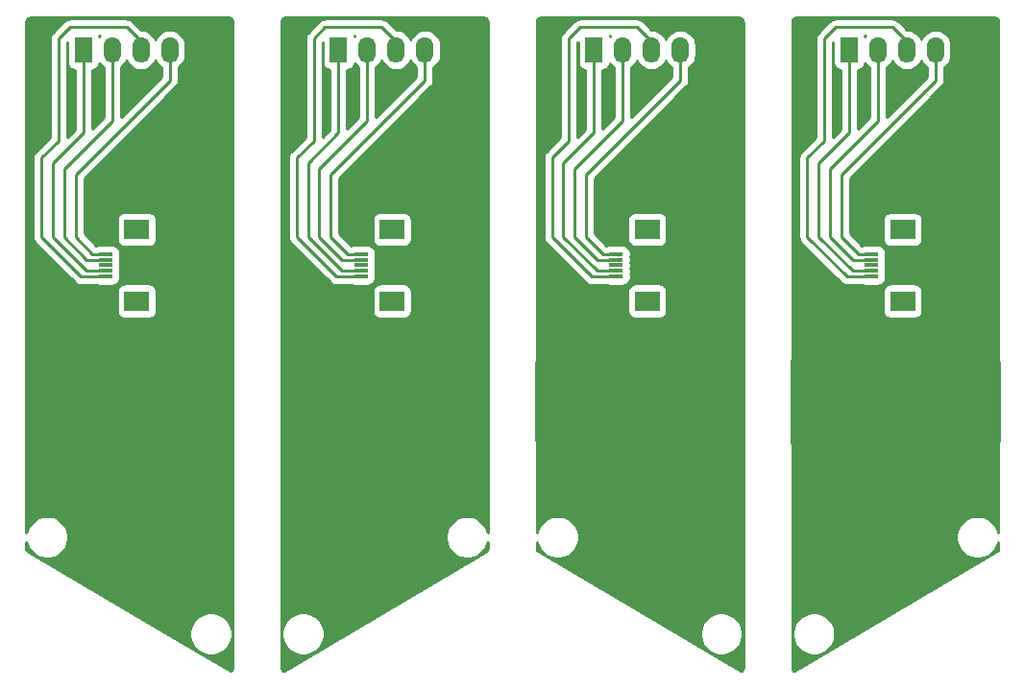
<source format=gbr>
%TF.GenerationSoftware,KiCad,Pcbnew,(5.1.10-1-10_14)*%
%TF.CreationDate,2021-07-07T01:14:00+09:00*%
%TF.ProjectId,StickPlate,53746963-6b50-46c6-9174-652e6b696361,rev?*%
%TF.SameCoordinates,Original*%
%TF.FileFunction,Copper,L1,Top*%
%TF.FilePolarity,Positive*%
%FSLAX46Y46*%
G04 Gerber Fmt 4.6, Leading zero omitted, Abs format (unit mm)*
G04 Created by KiCad (PCBNEW (5.1.10-1-10_14)) date 2021-07-07 01:14:00*
%MOMM*%
%LPD*%
G01*
G04 APERTURE LIST*
%TA.AperFunction,SMDPad,CuDef*%
%ADD10R,1.524000X2.286000*%
%TD*%
%TA.AperFunction,SMDPad,CuDef*%
%ADD11O,1.524000X2.286000*%
%TD*%
%TA.AperFunction,SMDPad,CuDef*%
%ADD12R,2.200000X1.800000*%
%TD*%
%TA.AperFunction,SMDPad,CuDef*%
%ADD13R,1.300000X0.300000*%
%TD*%
%TA.AperFunction,Conductor*%
%ADD14C,0.250000*%
%TD*%
%TA.AperFunction,NonConductor*%
%ADD15C,0.254000*%
%TD*%
%TA.AperFunction,NonConductor*%
%ADD16C,0.100000*%
%TD*%
G04 APERTURE END LIST*
D10*
%TO.P,J1,1*%
%TO.N,N/C*%
X182190000Y-74250000D03*
D11*
%TO.P,J1,2*%
X184730000Y-74250000D03*
%TO.P,J1,3*%
X187270000Y-74250000D03*
%TO.P,J1,4*%
X189810000Y-74250000D03*
%TD*%
D12*
%TO.P,J2,MP*%
%TO.N,N/C*%
X209400000Y-90100000D03*
X209400000Y-96400000D03*
D13*
%TO.P,J2,1*%
X206650000Y-94250000D03*
%TO.P,J2,2*%
X206650000Y-93750000D03*
%TO.P,J2,3*%
X206650000Y-93250000D03*
%TO.P,J2,4*%
X206650000Y-92750000D03*
%TO.P,J2,5*%
X206650000Y-92250000D03*
%TD*%
%TO.P,J2,5*%
%TO.N,N/C*%
X184150000Y-92250000D03*
%TO.P,J2,4*%
X184150000Y-92750000D03*
%TO.P,J2,3*%
X184150000Y-93250000D03*
%TO.P,J2,2*%
X184150000Y-93750000D03*
%TO.P,J2,1*%
X184150000Y-94250000D03*
D12*
%TO.P,J2,MP*%
X186900000Y-96400000D03*
X186900000Y-90100000D03*
%TD*%
D11*
%TO.P,J1,4*%
%TO.N,N/C*%
X212310000Y-74250000D03*
%TO.P,J1,3*%
X209770000Y-74250000D03*
%TO.P,J1,2*%
X207230000Y-74250000D03*
D10*
%TO.P,J1,1*%
X204690000Y-74250000D03*
%TD*%
D13*
%TO.P,J2,5*%
%TO.N,N/C*%
X161650000Y-92250000D03*
%TO.P,J2,4*%
X161650000Y-92750000D03*
%TO.P,J2,3*%
X161650000Y-93250000D03*
%TO.P,J2,2*%
X161650000Y-93750000D03*
%TO.P,J2,1*%
X161650000Y-94250000D03*
D12*
%TO.P,J2,MP*%
X164400000Y-96400000D03*
X164400000Y-90100000D03*
%TD*%
D10*
%TO.P,J1,1*%
%TO.N,N/C*%
X159690000Y-74250000D03*
D11*
%TO.P,J1,2*%
X162230000Y-74250000D03*
%TO.P,J1,3*%
X164770000Y-74250000D03*
%TO.P,J1,4*%
X167310000Y-74250000D03*
%TD*%
D12*
%TO.P,J2,MP*%
%TO.N,N/C*%
X141900000Y-90100000D03*
X141900000Y-96400000D03*
D13*
%TO.P,J2,1*%
%TO.N,Net-(J1-Pad3)*%
X139150000Y-94250000D03*
%TO.P,J2,2*%
%TO.N,Net-(J1-Pad1)*%
X139150000Y-93750000D03*
%TO.P,J2,3*%
%TO.N,Net-(J2-Pad3)*%
X139150000Y-93250000D03*
%TO.P,J2,4*%
%TO.N,Net-(J1-Pad2)*%
X139150000Y-92750000D03*
%TO.P,J2,5*%
%TO.N,Net-(J1-Pad4)*%
X139150000Y-92250000D03*
%TD*%
D11*
%TO.P,J1,4*%
%TO.N,Net-(J1-Pad4)*%
X144810000Y-74250000D03*
%TO.P,J1,3*%
%TO.N,Net-(J1-Pad3)*%
X142270000Y-74250000D03*
%TO.P,J1,2*%
%TO.N,Net-(J1-Pad2)*%
X139730000Y-74250000D03*
D10*
%TO.P,J1,1*%
%TO.N,Net-(J1-Pad1)*%
X137190000Y-74250000D03*
%TD*%
D14*
%TO.N,*%
X161650000Y-92750000D02*
X160000000Y-92750000D01*
X157500000Y-82250000D02*
X157500000Y-73250000D01*
X159000000Y-90750000D02*
X159000000Y-85250000D01*
X157500000Y-73250000D02*
X158500000Y-72250000D01*
X160500000Y-92250000D02*
X161650000Y-92250000D01*
X161650000Y-94250000D02*
X159500000Y-94250000D01*
X164770000Y-73520000D02*
X164770000Y-74250000D01*
X167310000Y-76940000D02*
X167310000Y-74250000D01*
X159500000Y-94250000D02*
X156000000Y-90750000D01*
X162230000Y-80520000D02*
X162230000Y-74250000D01*
X158000000Y-84750000D02*
X162230000Y-80520000D01*
X156000000Y-83750000D02*
X157500000Y-82250000D01*
X159000000Y-85250000D02*
X167310000Y-76940000D01*
X167310000Y-74250000D02*
X167250000Y-74250000D01*
X160000000Y-92750000D02*
X158000000Y-90750000D01*
X159000000Y-90750000D02*
X160500000Y-92250000D01*
X156000000Y-83750000D02*
X156000000Y-90750000D01*
X158000000Y-84750000D02*
X158000000Y-90750000D01*
X158500000Y-72250000D02*
X163500000Y-72250000D01*
X163500000Y-72250000D02*
X164770000Y-73520000D01*
X161650000Y-93750000D02*
X160000000Y-93750000D01*
X160000000Y-93750000D02*
X157000000Y-90750000D01*
X157000000Y-90750000D02*
X157000000Y-84250000D01*
X157000000Y-84250000D02*
X159690000Y-81560000D01*
X159690000Y-81560000D02*
X159690000Y-74250000D01*
X206650000Y-92750000D02*
X205000000Y-92750000D01*
X202500000Y-82250000D02*
X202500000Y-73250000D01*
X204000000Y-90750000D02*
X204000000Y-85250000D01*
X202500000Y-73250000D02*
X203500000Y-72250000D01*
X205500000Y-92250000D02*
X206650000Y-92250000D01*
X206650000Y-94250000D02*
X204500000Y-94250000D01*
X209770000Y-73520000D02*
X209770000Y-74250000D01*
X212310000Y-76940000D02*
X212310000Y-74250000D01*
X204500000Y-94250000D02*
X201000000Y-90750000D01*
X207230000Y-80520000D02*
X207230000Y-74250000D01*
X203000000Y-84750000D02*
X207230000Y-80520000D01*
X201000000Y-83750000D02*
X202500000Y-82250000D01*
X204000000Y-85250000D02*
X212310000Y-76940000D01*
X212310000Y-74250000D02*
X212250000Y-74250000D01*
X205000000Y-92750000D02*
X203000000Y-90750000D01*
X204000000Y-90750000D02*
X205500000Y-92250000D01*
X201000000Y-83750000D02*
X201000000Y-90750000D01*
X203000000Y-84750000D02*
X203000000Y-90750000D01*
X203500000Y-72250000D02*
X208500000Y-72250000D01*
X208500000Y-72250000D02*
X209770000Y-73520000D01*
X206650000Y-93750000D02*
X205000000Y-93750000D01*
X205000000Y-93750000D02*
X202000000Y-90750000D01*
X202000000Y-90750000D02*
X202000000Y-84250000D01*
X202000000Y-84250000D02*
X204690000Y-81560000D01*
X204690000Y-81560000D02*
X204690000Y-74250000D01*
X179500000Y-90750000D02*
X179500000Y-84250000D01*
X184150000Y-93750000D02*
X182500000Y-93750000D01*
X182190000Y-81560000D02*
X182190000Y-74250000D01*
X179500000Y-84250000D02*
X182190000Y-81560000D01*
X182500000Y-93750000D02*
X179500000Y-90750000D01*
X184730000Y-80520000D02*
X184730000Y-74250000D01*
X180500000Y-84750000D02*
X184730000Y-80520000D01*
X182500000Y-92750000D02*
X180500000Y-90750000D01*
X184150000Y-92750000D02*
X182500000Y-92750000D01*
X180500000Y-84750000D02*
X180500000Y-90750000D01*
X186000000Y-72250000D02*
X187270000Y-73520000D01*
X180000000Y-73250000D02*
X181000000Y-72250000D01*
X180000000Y-82250000D02*
X180000000Y-73250000D01*
X187270000Y-73520000D02*
X187270000Y-74250000D01*
X181000000Y-72250000D02*
X186000000Y-72250000D01*
X184150000Y-94250000D02*
X182000000Y-94250000D01*
X182000000Y-94250000D02*
X178500000Y-90750000D01*
X178500000Y-83750000D02*
X180000000Y-82250000D01*
X178500000Y-83750000D02*
X178500000Y-90750000D01*
X189810000Y-74250000D02*
X189750000Y-74250000D01*
X189810000Y-76940000D02*
X189810000Y-74250000D01*
X181500000Y-85250000D02*
X189810000Y-76940000D01*
X183000000Y-92250000D02*
X184150000Y-92250000D01*
X181500000Y-90750000D02*
X183000000Y-92250000D01*
X181500000Y-90750000D02*
X181500000Y-85250000D01*
%TO.N,Net-(J1-Pad1)*%
X137500000Y-93750000D02*
X139150000Y-93750000D01*
X134500000Y-90750000D02*
X137500000Y-93750000D01*
X137190000Y-81560000D02*
X134500000Y-84250000D01*
X134500000Y-84250000D02*
X134500000Y-90750000D01*
X137190000Y-74250000D02*
X137190000Y-81560000D01*
%TO.N,Net-(J1-Pad2)*%
X139730000Y-80520000D02*
X139730000Y-74250000D01*
X135500000Y-84750000D02*
X139730000Y-80520000D01*
X137500000Y-92750000D02*
X135500000Y-90750000D01*
X139150000Y-92750000D02*
X137500000Y-92750000D01*
X135500000Y-84750000D02*
X135500000Y-90750000D01*
%TO.N,Net-(J1-Pad3)*%
X141000000Y-72250000D02*
X142270000Y-73520000D01*
X135000000Y-73250000D02*
X136000000Y-72250000D01*
X135000000Y-82250000D02*
X135000000Y-73250000D01*
X142270000Y-73520000D02*
X142270000Y-74250000D01*
X136000000Y-72250000D02*
X141000000Y-72250000D01*
X139150000Y-94250000D02*
X137000000Y-94250000D01*
X137000000Y-94250000D02*
X133500000Y-90750000D01*
X133500000Y-83750000D02*
X135000000Y-82250000D01*
X133500000Y-83750000D02*
X133500000Y-90750000D01*
%TO.N,Net-(J1-Pad4)*%
X144810000Y-74250000D02*
X144750000Y-74250000D01*
X136500000Y-90750000D02*
X138000000Y-92250000D01*
X138000000Y-92250000D02*
X139150000Y-92250000D01*
X136500000Y-90750000D02*
X136500000Y-85250000D01*
X136500000Y-85250000D02*
X144810000Y-76940000D01*
X144810000Y-76940000D02*
X144810000Y-74250000D01*
%TD*%
D15*
X150065424Y-71419580D02*
X150128356Y-71438580D01*
X150186405Y-71469445D01*
X150237343Y-71510989D01*
X150279248Y-71561644D01*
X150310515Y-71619471D01*
X150329956Y-71682272D01*
X150340000Y-71777835D01*
X150340001Y-101217572D01*
X150340000Y-101217582D01*
X150340000Y-101532419D01*
X150343296Y-101565884D01*
X150343296Y-101585349D01*
X150344259Y-101594514D01*
X150373000Y-101850741D01*
X150373000Y-108633573D01*
X150372680Y-108635079D01*
X150371717Y-108644244D01*
X150343150Y-108935596D01*
X150343150Y-108935608D01*
X150340001Y-108967581D01*
X150340000Y-128717721D01*
X150330420Y-128815424D01*
X150311420Y-128878357D01*
X150280554Y-128936406D01*
X150239011Y-128987343D01*
X150188356Y-129029248D01*
X150130870Y-129060331D01*
X144267042Y-125584344D01*
X146545000Y-125584344D01*
X146545000Y-125955656D01*
X146617439Y-126319834D01*
X146759534Y-126662882D01*
X146965825Y-126971618D01*
X147228382Y-127234175D01*
X147537118Y-127440466D01*
X147880166Y-127582561D01*
X148244344Y-127655000D01*
X148615656Y-127655000D01*
X148979834Y-127582561D01*
X149322882Y-127440466D01*
X149631618Y-127234175D01*
X149894175Y-126971618D01*
X150100466Y-126662882D01*
X150242561Y-126319834D01*
X150315000Y-125955656D01*
X150315000Y-125584344D01*
X150242561Y-125220166D01*
X150100466Y-124877118D01*
X149894175Y-124568382D01*
X149631618Y-124305825D01*
X149322882Y-124099534D01*
X148979834Y-123957439D01*
X148615656Y-123885000D01*
X148244344Y-123885000D01*
X147880166Y-123957439D01*
X147537118Y-124099534D01*
X147228382Y-124305825D01*
X146965825Y-124568382D01*
X146759534Y-124877118D01*
X146617439Y-125220166D01*
X146545000Y-125584344D01*
X144267042Y-125584344D01*
X132229252Y-118448529D01*
X132220096Y-118437382D01*
X132189030Y-118379446D01*
X132169810Y-118316578D01*
X132160000Y-118219999D01*
X132160000Y-117661888D01*
X132187439Y-117799834D01*
X132329534Y-118142882D01*
X132535825Y-118451618D01*
X132798382Y-118714175D01*
X133107118Y-118920466D01*
X133450166Y-119062561D01*
X133814344Y-119135000D01*
X134185656Y-119135000D01*
X134549834Y-119062561D01*
X134892882Y-118920466D01*
X135201618Y-118714175D01*
X135464175Y-118451618D01*
X135670466Y-118142882D01*
X135812561Y-117799834D01*
X135885000Y-117435656D01*
X135885000Y-117064344D01*
X135812561Y-116700166D01*
X135670466Y-116357118D01*
X135464175Y-116048382D01*
X135201618Y-115785825D01*
X134892882Y-115579534D01*
X134549834Y-115437439D01*
X134185656Y-115365000D01*
X133814344Y-115365000D01*
X133450166Y-115437439D01*
X133107118Y-115579534D01*
X132798382Y-115785825D01*
X132535825Y-116048382D01*
X132329534Y-116357118D01*
X132187439Y-116700166D01*
X132160000Y-116838112D01*
X132160000Y-108967581D01*
X132156704Y-108934116D01*
X132156704Y-108914651D01*
X132155741Y-108905486D01*
X132127000Y-108649258D01*
X132127000Y-101866426D01*
X132127320Y-101864921D01*
X132128283Y-101855756D01*
X132156850Y-101564404D01*
X132156850Y-101564402D01*
X132160000Y-101532419D01*
X132160000Y-95500000D01*
X140161928Y-95500000D01*
X140161928Y-97300000D01*
X140174188Y-97424482D01*
X140210498Y-97544180D01*
X140269463Y-97654494D01*
X140348815Y-97751185D01*
X140445506Y-97830537D01*
X140555820Y-97889502D01*
X140675518Y-97925812D01*
X140800000Y-97938072D01*
X143000000Y-97938072D01*
X143124482Y-97925812D01*
X143244180Y-97889502D01*
X143354494Y-97830537D01*
X143451185Y-97751185D01*
X143530537Y-97654494D01*
X143589502Y-97544180D01*
X143625812Y-97424482D01*
X143638072Y-97300000D01*
X143638072Y-95500000D01*
X143625812Y-95375518D01*
X143589502Y-95255820D01*
X143530537Y-95145506D01*
X143451185Y-95048815D01*
X143354494Y-94969463D01*
X143244180Y-94910498D01*
X143124482Y-94874188D01*
X143000000Y-94861928D01*
X140800000Y-94861928D01*
X140675518Y-94874188D01*
X140555820Y-94910498D01*
X140445506Y-94969463D01*
X140348815Y-95048815D01*
X140269463Y-95145506D01*
X140210498Y-95255820D01*
X140174188Y-95375518D01*
X140161928Y-95500000D01*
X132160000Y-95500000D01*
X132160000Y-83750000D01*
X132736324Y-83750000D01*
X132740000Y-83787323D01*
X132740001Y-90712668D01*
X132736324Y-90750000D01*
X132750998Y-90898985D01*
X132794454Y-91042246D01*
X132865026Y-91174276D01*
X132936201Y-91261002D01*
X132960000Y-91290001D01*
X132988998Y-91313799D01*
X136436205Y-94761008D01*
X136459999Y-94790001D01*
X136488992Y-94813795D01*
X136488996Y-94813799D01*
X136534552Y-94851185D01*
X136575724Y-94884974D01*
X136707753Y-94955546D01*
X136851014Y-94999003D01*
X136962667Y-95010000D01*
X136962676Y-95010000D01*
X136999999Y-95013676D01*
X137037322Y-95010000D01*
X138323393Y-95010000D01*
X138375518Y-95025812D01*
X138500000Y-95038072D01*
X139800000Y-95038072D01*
X139924482Y-95025812D01*
X140044180Y-94989502D01*
X140154494Y-94930537D01*
X140251185Y-94851185D01*
X140330537Y-94754494D01*
X140389502Y-94644180D01*
X140425812Y-94524482D01*
X140438072Y-94400000D01*
X140438072Y-94100000D01*
X140428223Y-94000000D01*
X140438072Y-93900000D01*
X140438072Y-93600000D01*
X140428223Y-93500000D01*
X140438072Y-93400000D01*
X140438072Y-93100000D01*
X140428223Y-93000000D01*
X140438072Y-92900000D01*
X140438072Y-92600000D01*
X140428223Y-92500000D01*
X140438072Y-92400000D01*
X140438072Y-92100000D01*
X140425812Y-91975518D01*
X140389502Y-91855820D01*
X140330537Y-91745506D01*
X140251185Y-91648815D01*
X140154494Y-91569463D01*
X140044180Y-91510498D01*
X139924482Y-91474188D01*
X139800000Y-91461928D01*
X138500000Y-91461928D01*
X138375518Y-91474188D01*
X138323393Y-91490000D01*
X138314802Y-91490000D01*
X137260000Y-90435199D01*
X137260000Y-89200000D01*
X140161928Y-89200000D01*
X140161928Y-91000000D01*
X140174188Y-91124482D01*
X140210498Y-91244180D01*
X140269463Y-91354494D01*
X140348815Y-91451185D01*
X140445506Y-91530537D01*
X140555820Y-91589502D01*
X140675518Y-91625812D01*
X140800000Y-91638072D01*
X143000000Y-91638072D01*
X143124482Y-91625812D01*
X143244180Y-91589502D01*
X143354494Y-91530537D01*
X143451185Y-91451185D01*
X143530537Y-91354494D01*
X143589502Y-91244180D01*
X143625812Y-91124482D01*
X143638072Y-91000000D01*
X143638072Y-89200000D01*
X143625812Y-89075518D01*
X143589502Y-88955820D01*
X143530537Y-88845506D01*
X143451185Y-88748815D01*
X143354494Y-88669463D01*
X143244180Y-88610498D01*
X143124482Y-88574188D01*
X143000000Y-88561928D01*
X140800000Y-88561928D01*
X140675518Y-88574188D01*
X140555820Y-88610498D01*
X140445506Y-88669463D01*
X140348815Y-88748815D01*
X140269463Y-88845506D01*
X140210498Y-88955820D01*
X140174188Y-89075518D01*
X140161928Y-89200000D01*
X137260000Y-89200000D01*
X137260000Y-85564801D01*
X145321004Y-77503798D01*
X145350001Y-77480001D01*
X145444974Y-77364276D01*
X145515546Y-77232247D01*
X145559003Y-77088986D01*
X145570000Y-76977333D01*
X145570000Y-76977325D01*
X145573676Y-76940000D01*
X145570000Y-76902675D01*
X145570000Y-75808813D01*
X145589887Y-75798183D01*
X145802608Y-75623608D01*
X145977183Y-75410887D01*
X146106904Y-75168195D01*
X146186786Y-74904859D01*
X146207000Y-74699624D01*
X146207000Y-73800375D01*
X146186786Y-73595140D01*
X146106904Y-73331805D01*
X145977183Y-73089113D01*
X145802607Y-72876392D01*
X145589886Y-72701817D01*
X145347194Y-72572096D01*
X145083859Y-72492214D01*
X144810000Y-72465241D01*
X144536140Y-72492214D01*
X144272805Y-72572096D01*
X144030113Y-72701817D01*
X143817392Y-72876393D01*
X143642817Y-73089114D01*
X143540000Y-73281471D01*
X143437183Y-73089113D01*
X143262607Y-72876392D01*
X143049886Y-72701817D01*
X142807194Y-72572096D01*
X142543859Y-72492214D01*
X142292232Y-72467431D01*
X141563804Y-71739003D01*
X141540001Y-71709999D01*
X141424276Y-71615026D01*
X141292247Y-71544454D01*
X141148986Y-71500997D01*
X141037333Y-71490000D01*
X141037322Y-71490000D01*
X141000000Y-71486324D01*
X140962678Y-71490000D01*
X136037333Y-71490000D01*
X136000000Y-71486323D01*
X135962667Y-71490000D01*
X135851014Y-71500997D01*
X135707753Y-71544454D01*
X135575724Y-71615026D01*
X135459999Y-71709999D01*
X135436201Y-71738997D01*
X134488998Y-72686201D01*
X134460000Y-72709999D01*
X134436202Y-72738997D01*
X134436201Y-72738998D01*
X134365026Y-72825724D01*
X134294454Y-72957754D01*
X134278606Y-73010000D01*
X134250998Y-73101014D01*
X134240001Y-73212667D01*
X134236324Y-73250000D01*
X134240001Y-73287332D01*
X134240000Y-81935198D01*
X132989003Y-83186196D01*
X132959999Y-83209999D01*
X132904871Y-83277174D01*
X132865026Y-83325724D01*
X132794455Y-83457753D01*
X132794454Y-83457754D01*
X132750997Y-83601015D01*
X132740000Y-83712668D01*
X132740000Y-83712678D01*
X132736324Y-83750000D01*
X132160000Y-83750000D01*
X132160000Y-71782279D01*
X132169580Y-71684576D01*
X132188580Y-71621644D01*
X132219445Y-71563595D01*
X132260989Y-71512657D01*
X132311644Y-71470752D01*
X132369471Y-71439485D01*
X132432272Y-71420044D01*
X132527835Y-71410000D01*
X149967721Y-71410000D01*
X150065424Y-71419580D01*
%TA.AperFunction,NonConductor*%
D16*
G36*
X150065424Y-71419580D02*
G01*
X150128356Y-71438580D01*
X150186405Y-71469445D01*
X150237343Y-71510989D01*
X150279248Y-71561644D01*
X150310515Y-71619471D01*
X150329956Y-71682272D01*
X150340000Y-71777835D01*
X150340001Y-101217572D01*
X150340000Y-101217582D01*
X150340000Y-101532419D01*
X150343296Y-101565884D01*
X150343296Y-101585349D01*
X150344259Y-101594514D01*
X150373000Y-101850741D01*
X150373000Y-108633573D01*
X150372680Y-108635079D01*
X150371717Y-108644244D01*
X150343150Y-108935596D01*
X150343150Y-108935608D01*
X150340001Y-108967581D01*
X150340000Y-128717721D01*
X150330420Y-128815424D01*
X150311420Y-128878357D01*
X150280554Y-128936406D01*
X150239011Y-128987343D01*
X150188356Y-129029248D01*
X150130870Y-129060331D01*
X144267042Y-125584344D01*
X146545000Y-125584344D01*
X146545000Y-125955656D01*
X146617439Y-126319834D01*
X146759534Y-126662882D01*
X146965825Y-126971618D01*
X147228382Y-127234175D01*
X147537118Y-127440466D01*
X147880166Y-127582561D01*
X148244344Y-127655000D01*
X148615656Y-127655000D01*
X148979834Y-127582561D01*
X149322882Y-127440466D01*
X149631618Y-127234175D01*
X149894175Y-126971618D01*
X150100466Y-126662882D01*
X150242561Y-126319834D01*
X150315000Y-125955656D01*
X150315000Y-125584344D01*
X150242561Y-125220166D01*
X150100466Y-124877118D01*
X149894175Y-124568382D01*
X149631618Y-124305825D01*
X149322882Y-124099534D01*
X148979834Y-123957439D01*
X148615656Y-123885000D01*
X148244344Y-123885000D01*
X147880166Y-123957439D01*
X147537118Y-124099534D01*
X147228382Y-124305825D01*
X146965825Y-124568382D01*
X146759534Y-124877118D01*
X146617439Y-125220166D01*
X146545000Y-125584344D01*
X144267042Y-125584344D01*
X132229252Y-118448529D01*
X132220096Y-118437382D01*
X132189030Y-118379446D01*
X132169810Y-118316578D01*
X132160000Y-118219999D01*
X132160000Y-117661888D01*
X132187439Y-117799834D01*
X132329534Y-118142882D01*
X132535825Y-118451618D01*
X132798382Y-118714175D01*
X133107118Y-118920466D01*
X133450166Y-119062561D01*
X133814344Y-119135000D01*
X134185656Y-119135000D01*
X134549834Y-119062561D01*
X134892882Y-118920466D01*
X135201618Y-118714175D01*
X135464175Y-118451618D01*
X135670466Y-118142882D01*
X135812561Y-117799834D01*
X135885000Y-117435656D01*
X135885000Y-117064344D01*
X135812561Y-116700166D01*
X135670466Y-116357118D01*
X135464175Y-116048382D01*
X135201618Y-115785825D01*
X134892882Y-115579534D01*
X134549834Y-115437439D01*
X134185656Y-115365000D01*
X133814344Y-115365000D01*
X133450166Y-115437439D01*
X133107118Y-115579534D01*
X132798382Y-115785825D01*
X132535825Y-116048382D01*
X132329534Y-116357118D01*
X132187439Y-116700166D01*
X132160000Y-116838112D01*
X132160000Y-108967581D01*
X132156704Y-108934116D01*
X132156704Y-108914651D01*
X132155741Y-108905486D01*
X132127000Y-108649258D01*
X132127000Y-101866426D01*
X132127320Y-101864921D01*
X132128283Y-101855756D01*
X132156850Y-101564404D01*
X132156850Y-101564402D01*
X132160000Y-101532419D01*
X132160000Y-95500000D01*
X140161928Y-95500000D01*
X140161928Y-97300000D01*
X140174188Y-97424482D01*
X140210498Y-97544180D01*
X140269463Y-97654494D01*
X140348815Y-97751185D01*
X140445506Y-97830537D01*
X140555820Y-97889502D01*
X140675518Y-97925812D01*
X140800000Y-97938072D01*
X143000000Y-97938072D01*
X143124482Y-97925812D01*
X143244180Y-97889502D01*
X143354494Y-97830537D01*
X143451185Y-97751185D01*
X143530537Y-97654494D01*
X143589502Y-97544180D01*
X143625812Y-97424482D01*
X143638072Y-97300000D01*
X143638072Y-95500000D01*
X143625812Y-95375518D01*
X143589502Y-95255820D01*
X143530537Y-95145506D01*
X143451185Y-95048815D01*
X143354494Y-94969463D01*
X143244180Y-94910498D01*
X143124482Y-94874188D01*
X143000000Y-94861928D01*
X140800000Y-94861928D01*
X140675518Y-94874188D01*
X140555820Y-94910498D01*
X140445506Y-94969463D01*
X140348815Y-95048815D01*
X140269463Y-95145506D01*
X140210498Y-95255820D01*
X140174188Y-95375518D01*
X140161928Y-95500000D01*
X132160000Y-95500000D01*
X132160000Y-83750000D01*
X132736324Y-83750000D01*
X132740000Y-83787323D01*
X132740001Y-90712668D01*
X132736324Y-90750000D01*
X132750998Y-90898985D01*
X132794454Y-91042246D01*
X132865026Y-91174276D01*
X132936201Y-91261002D01*
X132960000Y-91290001D01*
X132988998Y-91313799D01*
X136436205Y-94761008D01*
X136459999Y-94790001D01*
X136488992Y-94813795D01*
X136488996Y-94813799D01*
X136534552Y-94851185D01*
X136575724Y-94884974D01*
X136707753Y-94955546D01*
X136851014Y-94999003D01*
X136962667Y-95010000D01*
X136962676Y-95010000D01*
X136999999Y-95013676D01*
X137037322Y-95010000D01*
X138323393Y-95010000D01*
X138375518Y-95025812D01*
X138500000Y-95038072D01*
X139800000Y-95038072D01*
X139924482Y-95025812D01*
X140044180Y-94989502D01*
X140154494Y-94930537D01*
X140251185Y-94851185D01*
X140330537Y-94754494D01*
X140389502Y-94644180D01*
X140425812Y-94524482D01*
X140438072Y-94400000D01*
X140438072Y-94100000D01*
X140428223Y-94000000D01*
X140438072Y-93900000D01*
X140438072Y-93600000D01*
X140428223Y-93500000D01*
X140438072Y-93400000D01*
X140438072Y-93100000D01*
X140428223Y-93000000D01*
X140438072Y-92900000D01*
X140438072Y-92600000D01*
X140428223Y-92500000D01*
X140438072Y-92400000D01*
X140438072Y-92100000D01*
X140425812Y-91975518D01*
X140389502Y-91855820D01*
X140330537Y-91745506D01*
X140251185Y-91648815D01*
X140154494Y-91569463D01*
X140044180Y-91510498D01*
X139924482Y-91474188D01*
X139800000Y-91461928D01*
X138500000Y-91461928D01*
X138375518Y-91474188D01*
X138323393Y-91490000D01*
X138314802Y-91490000D01*
X137260000Y-90435199D01*
X137260000Y-89200000D01*
X140161928Y-89200000D01*
X140161928Y-91000000D01*
X140174188Y-91124482D01*
X140210498Y-91244180D01*
X140269463Y-91354494D01*
X140348815Y-91451185D01*
X140445506Y-91530537D01*
X140555820Y-91589502D01*
X140675518Y-91625812D01*
X140800000Y-91638072D01*
X143000000Y-91638072D01*
X143124482Y-91625812D01*
X143244180Y-91589502D01*
X143354494Y-91530537D01*
X143451185Y-91451185D01*
X143530537Y-91354494D01*
X143589502Y-91244180D01*
X143625812Y-91124482D01*
X143638072Y-91000000D01*
X143638072Y-89200000D01*
X143625812Y-89075518D01*
X143589502Y-88955820D01*
X143530537Y-88845506D01*
X143451185Y-88748815D01*
X143354494Y-88669463D01*
X143244180Y-88610498D01*
X143124482Y-88574188D01*
X143000000Y-88561928D01*
X140800000Y-88561928D01*
X140675518Y-88574188D01*
X140555820Y-88610498D01*
X140445506Y-88669463D01*
X140348815Y-88748815D01*
X140269463Y-88845506D01*
X140210498Y-88955820D01*
X140174188Y-89075518D01*
X140161928Y-89200000D01*
X137260000Y-89200000D01*
X137260000Y-85564801D01*
X145321004Y-77503798D01*
X145350001Y-77480001D01*
X145444974Y-77364276D01*
X145515546Y-77232247D01*
X145559003Y-77088986D01*
X145570000Y-76977333D01*
X145570000Y-76977325D01*
X145573676Y-76940000D01*
X145570000Y-76902675D01*
X145570000Y-75808813D01*
X145589887Y-75798183D01*
X145802608Y-75623608D01*
X145977183Y-75410887D01*
X146106904Y-75168195D01*
X146186786Y-74904859D01*
X146207000Y-74699624D01*
X146207000Y-73800375D01*
X146186786Y-73595140D01*
X146106904Y-73331805D01*
X145977183Y-73089113D01*
X145802607Y-72876392D01*
X145589886Y-72701817D01*
X145347194Y-72572096D01*
X145083859Y-72492214D01*
X144810000Y-72465241D01*
X144536140Y-72492214D01*
X144272805Y-72572096D01*
X144030113Y-72701817D01*
X143817392Y-72876393D01*
X143642817Y-73089114D01*
X143540000Y-73281471D01*
X143437183Y-73089113D01*
X143262607Y-72876392D01*
X143049886Y-72701817D01*
X142807194Y-72572096D01*
X142543859Y-72492214D01*
X142292232Y-72467431D01*
X141563804Y-71739003D01*
X141540001Y-71709999D01*
X141424276Y-71615026D01*
X141292247Y-71544454D01*
X141148986Y-71500997D01*
X141037333Y-71490000D01*
X141037322Y-71490000D01*
X141000000Y-71486324D01*
X140962678Y-71490000D01*
X136037333Y-71490000D01*
X136000000Y-71486323D01*
X135962667Y-71490000D01*
X135851014Y-71500997D01*
X135707753Y-71544454D01*
X135575724Y-71615026D01*
X135459999Y-71709999D01*
X135436201Y-71738997D01*
X134488998Y-72686201D01*
X134460000Y-72709999D01*
X134436202Y-72738997D01*
X134436201Y-72738998D01*
X134365026Y-72825724D01*
X134294454Y-72957754D01*
X134278606Y-73010000D01*
X134250998Y-73101014D01*
X134240001Y-73212667D01*
X134236324Y-73250000D01*
X134240001Y-73287332D01*
X134240000Y-81935198D01*
X132989003Y-83186196D01*
X132959999Y-83209999D01*
X132904871Y-83277174D01*
X132865026Y-83325724D01*
X132794455Y-83457753D01*
X132794454Y-83457754D01*
X132750997Y-83601015D01*
X132740000Y-83712668D01*
X132740000Y-83712678D01*
X132736324Y-83750000D01*
X132160000Y-83750000D01*
X132160000Y-71782279D01*
X132169580Y-71684576D01*
X132188580Y-71621644D01*
X132219445Y-71563595D01*
X132260989Y-71512657D01*
X132311644Y-71470752D01*
X132369471Y-71439485D01*
X132432272Y-71420044D01*
X132527835Y-71410000D01*
X149967721Y-71410000D01*
X150065424Y-71419580D01*
G37*
%TD.AperFunction*%
D15*
X135789928Y-75393000D02*
X135802188Y-75517482D01*
X135838498Y-75637180D01*
X135897463Y-75747494D01*
X135976815Y-75844185D01*
X136073506Y-75923537D01*
X136183820Y-75982502D01*
X136303518Y-76018812D01*
X136428000Y-76031072D01*
X136430000Y-76031072D01*
X136430001Y-81245196D01*
X135760000Y-81915198D01*
X135760000Y-73564801D01*
X135789928Y-73534873D01*
X135789928Y-75393000D01*
%TA.AperFunction,NonConductor*%
D16*
G36*
X135789928Y-75393000D02*
G01*
X135802188Y-75517482D01*
X135838498Y-75637180D01*
X135897463Y-75747494D01*
X135976815Y-75844185D01*
X136073506Y-75923537D01*
X136183820Y-75982502D01*
X136303518Y-76018812D01*
X136428000Y-76031072D01*
X136430000Y-76031072D01*
X136430001Y-81245196D01*
X135760000Y-81915198D01*
X135760000Y-73564801D01*
X135789928Y-73534873D01*
X135789928Y-75393000D01*
G37*
%TD.AperFunction*%
D15*
X138737393Y-75623608D02*
X138950114Y-75798183D01*
X138970001Y-75808813D01*
X138970000Y-80205198D01*
X137950000Y-81225198D01*
X137950000Y-76031072D01*
X137952000Y-76031072D01*
X138076482Y-76018812D01*
X138196180Y-75982502D01*
X138306494Y-75923537D01*
X138403185Y-75844185D01*
X138482537Y-75747494D01*
X138541502Y-75637180D01*
X138577812Y-75517482D01*
X138585579Y-75438622D01*
X138737393Y-75623608D01*
%TA.AperFunction,NonConductor*%
D16*
G36*
X138737393Y-75623608D02*
G01*
X138950114Y-75798183D01*
X138970001Y-75808813D01*
X138970000Y-80205198D01*
X137950000Y-81225198D01*
X137950000Y-76031072D01*
X137952000Y-76031072D01*
X138076482Y-76018812D01*
X138196180Y-75982502D01*
X138306494Y-75923537D01*
X138403185Y-75844185D01*
X138482537Y-75747494D01*
X138541502Y-75637180D01*
X138577812Y-75517482D01*
X138585579Y-75438622D01*
X138737393Y-75623608D01*
G37*
%TD.AperFunction*%
D15*
X143642817Y-75410887D02*
X143817393Y-75623608D01*
X144030114Y-75798183D01*
X144050000Y-75808812D01*
X144050000Y-76625198D01*
X140490000Y-80185198D01*
X140490000Y-75808813D01*
X140509887Y-75798183D01*
X140722608Y-75623608D01*
X140897183Y-75410887D01*
X141000000Y-75218529D01*
X141102817Y-75410887D01*
X141277393Y-75623608D01*
X141490114Y-75798183D01*
X141732806Y-75927904D01*
X141996141Y-76007786D01*
X142270000Y-76034759D01*
X142543860Y-76007786D01*
X142807195Y-75927904D01*
X143049887Y-75798183D01*
X143262608Y-75623608D01*
X143437183Y-75410887D01*
X143540000Y-75218529D01*
X143642817Y-75410887D01*
%TA.AperFunction,NonConductor*%
D16*
G36*
X143642817Y-75410887D02*
G01*
X143817393Y-75623608D01*
X144030114Y-75798183D01*
X144050000Y-75808812D01*
X144050000Y-76625198D01*
X140490000Y-80185198D01*
X140490000Y-75808813D01*
X140509887Y-75798183D01*
X140722608Y-75623608D01*
X140897183Y-75410887D01*
X141000000Y-75218529D01*
X141102817Y-75410887D01*
X141277393Y-75623608D01*
X141490114Y-75798183D01*
X141732806Y-75927904D01*
X141996141Y-76007786D01*
X142270000Y-76034759D01*
X142543860Y-76007786D01*
X142807195Y-75927904D01*
X143049887Y-75798183D01*
X143262608Y-75623608D01*
X143437183Y-75410887D01*
X143540000Y-75218529D01*
X143642817Y-75410887D01*
G37*
%TD.AperFunction*%
D15*
X138585579Y-73061379D02*
X138580519Y-73010000D01*
X138627744Y-73010000D01*
X138585579Y-73061379D01*
%TA.AperFunction,NonConductor*%
D16*
G36*
X138585579Y-73061379D02*
G01*
X138580519Y-73010000D01*
X138627744Y-73010000D01*
X138585579Y-73061379D01*
G37*
%TD.AperFunction*%
D15*
X172565424Y-71419580D02*
X172628356Y-71438580D01*
X172686405Y-71469445D01*
X172737343Y-71510989D01*
X172779248Y-71561644D01*
X172810515Y-71619471D01*
X172829956Y-71682272D01*
X172840000Y-71777835D01*
X172840001Y-101532419D01*
X172843296Y-101565874D01*
X172843296Y-101585349D01*
X172844259Y-101594514D01*
X172873000Y-101850741D01*
X172873000Y-108633573D01*
X172872680Y-108635079D01*
X172871717Y-108644244D01*
X172843150Y-108935596D01*
X172843150Y-108935608D01*
X172840001Y-108967581D01*
X172840000Y-116838113D01*
X172812561Y-116700166D01*
X172670466Y-116357118D01*
X172464175Y-116048382D01*
X172201618Y-115785825D01*
X171892882Y-115579534D01*
X171549834Y-115437439D01*
X171185656Y-115365000D01*
X170814344Y-115365000D01*
X170450166Y-115437439D01*
X170107118Y-115579534D01*
X169798382Y-115785825D01*
X169535825Y-116048382D01*
X169329534Y-116357118D01*
X169187439Y-116700166D01*
X169115000Y-117064344D01*
X169115000Y-117435656D01*
X169187439Y-117799834D01*
X169329534Y-118142882D01*
X169535825Y-118451618D01*
X169798382Y-118714175D01*
X170107118Y-118920466D01*
X170450166Y-119062561D01*
X170814344Y-119135000D01*
X171185656Y-119135000D01*
X171549834Y-119062561D01*
X171892882Y-118920466D01*
X172201618Y-118714175D01*
X172464175Y-118451618D01*
X172670466Y-118142882D01*
X172812561Y-117799834D01*
X172840000Y-117661888D01*
X172840000Y-118217721D01*
X172830420Y-118315424D01*
X172811420Y-118378357D01*
X172780554Y-118436406D01*
X172770592Y-118448621D01*
X154869351Y-129060201D01*
X154813594Y-129030554D01*
X154762657Y-128989011D01*
X154720752Y-128938356D01*
X154689485Y-128880529D01*
X154670044Y-128817728D01*
X154660000Y-128722165D01*
X154660000Y-125584344D01*
X154685000Y-125584344D01*
X154685000Y-125955656D01*
X154757439Y-126319834D01*
X154899534Y-126662882D01*
X155105825Y-126971618D01*
X155368382Y-127234175D01*
X155677118Y-127440466D01*
X156020166Y-127582561D01*
X156384344Y-127655000D01*
X156755656Y-127655000D01*
X157119834Y-127582561D01*
X157462882Y-127440466D01*
X157771618Y-127234175D01*
X158034175Y-126971618D01*
X158240466Y-126662882D01*
X158382561Y-126319834D01*
X158455000Y-125955656D01*
X158455000Y-125584344D01*
X158382561Y-125220166D01*
X158240466Y-124877118D01*
X158034175Y-124568382D01*
X157771618Y-124305825D01*
X157462882Y-124099534D01*
X157119834Y-123957439D01*
X156755656Y-123885000D01*
X156384344Y-123885000D01*
X156020166Y-123957439D01*
X155677118Y-124099534D01*
X155368382Y-124305825D01*
X155105825Y-124568382D01*
X154899534Y-124877118D01*
X154757439Y-125220166D01*
X154685000Y-125584344D01*
X154660000Y-125584344D01*
X154660000Y-108967581D01*
X154656704Y-108934116D01*
X154656704Y-108914651D01*
X154655741Y-108905486D01*
X154627000Y-108649258D01*
X154627000Y-101866426D01*
X154627320Y-101864921D01*
X154628283Y-101855756D01*
X154656850Y-101564404D01*
X154656850Y-101564402D01*
X154660000Y-101532419D01*
X154660000Y-95500000D01*
X162661928Y-95500000D01*
X162661928Y-97300000D01*
X162674188Y-97424482D01*
X162710498Y-97544180D01*
X162769463Y-97654494D01*
X162848815Y-97751185D01*
X162945506Y-97830537D01*
X163055820Y-97889502D01*
X163175518Y-97925812D01*
X163300000Y-97938072D01*
X165500000Y-97938072D01*
X165624482Y-97925812D01*
X165744180Y-97889502D01*
X165854494Y-97830537D01*
X165951185Y-97751185D01*
X166030537Y-97654494D01*
X166089502Y-97544180D01*
X166125812Y-97424482D01*
X166138072Y-97300000D01*
X166138072Y-95500000D01*
X166125812Y-95375518D01*
X166089502Y-95255820D01*
X166030537Y-95145506D01*
X165951185Y-95048815D01*
X165854494Y-94969463D01*
X165744180Y-94910498D01*
X165624482Y-94874188D01*
X165500000Y-94861928D01*
X163300000Y-94861928D01*
X163175518Y-94874188D01*
X163055820Y-94910498D01*
X162945506Y-94969463D01*
X162848815Y-95048815D01*
X162769463Y-95145506D01*
X162710498Y-95255820D01*
X162674188Y-95375518D01*
X162661928Y-95500000D01*
X154660000Y-95500000D01*
X154660000Y-83750000D01*
X155236324Y-83750000D01*
X155240000Y-83787323D01*
X155240001Y-90712668D01*
X155236324Y-90750000D01*
X155250998Y-90898985D01*
X155294454Y-91042246D01*
X155365026Y-91174276D01*
X155436201Y-91261002D01*
X155460000Y-91290001D01*
X155488998Y-91313799D01*
X158936205Y-94761008D01*
X158959999Y-94790001D01*
X158988992Y-94813795D01*
X158988996Y-94813799D01*
X159034552Y-94851185D01*
X159075724Y-94884974D01*
X159207753Y-94955546D01*
X159351014Y-94999003D01*
X159462667Y-95010000D01*
X159462676Y-95010000D01*
X159499999Y-95013676D01*
X159537322Y-95010000D01*
X160823393Y-95010000D01*
X160875518Y-95025812D01*
X161000000Y-95038072D01*
X162300000Y-95038072D01*
X162424482Y-95025812D01*
X162544180Y-94989502D01*
X162654494Y-94930537D01*
X162751185Y-94851185D01*
X162830537Y-94754494D01*
X162889502Y-94644180D01*
X162925812Y-94524482D01*
X162938072Y-94400000D01*
X162938072Y-94100000D01*
X162928223Y-94000000D01*
X162938072Y-93900000D01*
X162938072Y-93600000D01*
X162928223Y-93500000D01*
X162938072Y-93400000D01*
X162938072Y-93100000D01*
X162928223Y-93000000D01*
X162938072Y-92900000D01*
X162938072Y-92600000D01*
X162928223Y-92500000D01*
X162938072Y-92400000D01*
X162938072Y-92100000D01*
X162925812Y-91975518D01*
X162889502Y-91855820D01*
X162830537Y-91745506D01*
X162751185Y-91648815D01*
X162654494Y-91569463D01*
X162544180Y-91510498D01*
X162424482Y-91474188D01*
X162300000Y-91461928D01*
X161000000Y-91461928D01*
X160875518Y-91474188D01*
X160823393Y-91490000D01*
X160814802Y-91490000D01*
X159760000Y-90435199D01*
X159760000Y-89200000D01*
X162661928Y-89200000D01*
X162661928Y-91000000D01*
X162674188Y-91124482D01*
X162710498Y-91244180D01*
X162769463Y-91354494D01*
X162848815Y-91451185D01*
X162945506Y-91530537D01*
X163055820Y-91589502D01*
X163175518Y-91625812D01*
X163300000Y-91638072D01*
X165500000Y-91638072D01*
X165624482Y-91625812D01*
X165744180Y-91589502D01*
X165854494Y-91530537D01*
X165951185Y-91451185D01*
X166030537Y-91354494D01*
X166089502Y-91244180D01*
X166125812Y-91124482D01*
X166138072Y-91000000D01*
X166138072Y-89200000D01*
X166125812Y-89075518D01*
X166089502Y-88955820D01*
X166030537Y-88845506D01*
X165951185Y-88748815D01*
X165854494Y-88669463D01*
X165744180Y-88610498D01*
X165624482Y-88574188D01*
X165500000Y-88561928D01*
X163300000Y-88561928D01*
X163175518Y-88574188D01*
X163055820Y-88610498D01*
X162945506Y-88669463D01*
X162848815Y-88748815D01*
X162769463Y-88845506D01*
X162710498Y-88955820D01*
X162674188Y-89075518D01*
X162661928Y-89200000D01*
X159760000Y-89200000D01*
X159760000Y-85564801D01*
X167821004Y-77503798D01*
X167850001Y-77480001D01*
X167944974Y-77364276D01*
X168015546Y-77232247D01*
X168059003Y-77088986D01*
X168070000Y-76977333D01*
X168070000Y-76977325D01*
X168073676Y-76940000D01*
X168070000Y-76902675D01*
X168070000Y-75808813D01*
X168089887Y-75798183D01*
X168302608Y-75623608D01*
X168477183Y-75410887D01*
X168606904Y-75168195D01*
X168686786Y-74904859D01*
X168707000Y-74699624D01*
X168707000Y-73800375D01*
X168686786Y-73595140D01*
X168606904Y-73331805D01*
X168477183Y-73089113D01*
X168302607Y-72876392D01*
X168089886Y-72701817D01*
X167847194Y-72572096D01*
X167583859Y-72492214D01*
X167310000Y-72465241D01*
X167036140Y-72492214D01*
X166772805Y-72572096D01*
X166530113Y-72701817D01*
X166317392Y-72876393D01*
X166142817Y-73089114D01*
X166040000Y-73281471D01*
X165937183Y-73089113D01*
X165762607Y-72876392D01*
X165549886Y-72701817D01*
X165307194Y-72572096D01*
X165043859Y-72492214D01*
X164792232Y-72467431D01*
X164063804Y-71739003D01*
X164040001Y-71709999D01*
X163924276Y-71615026D01*
X163792247Y-71544454D01*
X163648986Y-71500997D01*
X163537333Y-71490000D01*
X163537322Y-71490000D01*
X163500000Y-71486324D01*
X163462678Y-71490000D01*
X158537333Y-71490000D01*
X158500000Y-71486323D01*
X158462667Y-71490000D01*
X158351014Y-71500997D01*
X158207753Y-71544454D01*
X158075724Y-71615026D01*
X157959999Y-71709999D01*
X157936201Y-71738997D01*
X156988998Y-72686201D01*
X156960000Y-72709999D01*
X156936202Y-72738997D01*
X156936201Y-72738998D01*
X156865026Y-72825724D01*
X156794454Y-72957754D01*
X156778606Y-73010000D01*
X156750998Y-73101014D01*
X156740001Y-73212667D01*
X156736324Y-73250000D01*
X156740001Y-73287332D01*
X156740000Y-81935198D01*
X155489003Y-83186196D01*
X155459999Y-83209999D01*
X155404871Y-83277174D01*
X155365026Y-83325724D01*
X155294455Y-83457753D01*
X155294454Y-83457754D01*
X155250997Y-83601015D01*
X155240000Y-83712668D01*
X155240000Y-83712678D01*
X155236324Y-83750000D01*
X154660000Y-83750000D01*
X154660000Y-71782279D01*
X154669580Y-71684576D01*
X154688580Y-71621644D01*
X154719445Y-71563595D01*
X154760989Y-71512657D01*
X154811644Y-71470752D01*
X154869471Y-71439485D01*
X154932272Y-71420044D01*
X155027835Y-71410000D01*
X172467721Y-71410000D01*
X172565424Y-71419580D01*
%TA.AperFunction,NonConductor*%
D16*
G36*
X172565424Y-71419580D02*
G01*
X172628356Y-71438580D01*
X172686405Y-71469445D01*
X172737343Y-71510989D01*
X172779248Y-71561644D01*
X172810515Y-71619471D01*
X172829956Y-71682272D01*
X172840000Y-71777835D01*
X172840001Y-101532419D01*
X172843296Y-101565874D01*
X172843296Y-101585349D01*
X172844259Y-101594514D01*
X172873000Y-101850741D01*
X172873000Y-108633573D01*
X172872680Y-108635079D01*
X172871717Y-108644244D01*
X172843150Y-108935596D01*
X172843150Y-108935608D01*
X172840001Y-108967581D01*
X172840000Y-116838113D01*
X172812561Y-116700166D01*
X172670466Y-116357118D01*
X172464175Y-116048382D01*
X172201618Y-115785825D01*
X171892882Y-115579534D01*
X171549834Y-115437439D01*
X171185656Y-115365000D01*
X170814344Y-115365000D01*
X170450166Y-115437439D01*
X170107118Y-115579534D01*
X169798382Y-115785825D01*
X169535825Y-116048382D01*
X169329534Y-116357118D01*
X169187439Y-116700166D01*
X169115000Y-117064344D01*
X169115000Y-117435656D01*
X169187439Y-117799834D01*
X169329534Y-118142882D01*
X169535825Y-118451618D01*
X169798382Y-118714175D01*
X170107118Y-118920466D01*
X170450166Y-119062561D01*
X170814344Y-119135000D01*
X171185656Y-119135000D01*
X171549834Y-119062561D01*
X171892882Y-118920466D01*
X172201618Y-118714175D01*
X172464175Y-118451618D01*
X172670466Y-118142882D01*
X172812561Y-117799834D01*
X172840000Y-117661888D01*
X172840000Y-118217721D01*
X172830420Y-118315424D01*
X172811420Y-118378357D01*
X172780554Y-118436406D01*
X172770592Y-118448621D01*
X154869351Y-129060201D01*
X154813594Y-129030554D01*
X154762657Y-128989011D01*
X154720752Y-128938356D01*
X154689485Y-128880529D01*
X154670044Y-128817728D01*
X154660000Y-128722165D01*
X154660000Y-125584344D01*
X154685000Y-125584344D01*
X154685000Y-125955656D01*
X154757439Y-126319834D01*
X154899534Y-126662882D01*
X155105825Y-126971618D01*
X155368382Y-127234175D01*
X155677118Y-127440466D01*
X156020166Y-127582561D01*
X156384344Y-127655000D01*
X156755656Y-127655000D01*
X157119834Y-127582561D01*
X157462882Y-127440466D01*
X157771618Y-127234175D01*
X158034175Y-126971618D01*
X158240466Y-126662882D01*
X158382561Y-126319834D01*
X158455000Y-125955656D01*
X158455000Y-125584344D01*
X158382561Y-125220166D01*
X158240466Y-124877118D01*
X158034175Y-124568382D01*
X157771618Y-124305825D01*
X157462882Y-124099534D01*
X157119834Y-123957439D01*
X156755656Y-123885000D01*
X156384344Y-123885000D01*
X156020166Y-123957439D01*
X155677118Y-124099534D01*
X155368382Y-124305825D01*
X155105825Y-124568382D01*
X154899534Y-124877118D01*
X154757439Y-125220166D01*
X154685000Y-125584344D01*
X154660000Y-125584344D01*
X154660000Y-108967581D01*
X154656704Y-108934116D01*
X154656704Y-108914651D01*
X154655741Y-108905486D01*
X154627000Y-108649258D01*
X154627000Y-101866426D01*
X154627320Y-101864921D01*
X154628283Y-101855756D01*
X154656850Y-101564404D01*
X154656850Y-101564402D01*
X154660000Y-101532419D01*
X154660000Y-95500000D01*
X162661928Y-95500000D01*
X162661928Y-97300000D01*
X162674188Y-97424482D01*
X162710498Y-97544180D01*
X162769463Y-97654494D01*
X162848815Y-97751185D01*
X162945506Y-97830537D01*
X163055820Y-97889502D01*
X163175518Y-97925812D01*
X163300000Y-97938072D01*
X165500000Y-97938072D01*
X165624482Y-97925812D01*
X165744180Y-97889502D01*
X165854494Y-97830537D01*
X165951185Y-97751185D01*
X166030537Y-97654494D01*
X166089502Y-97544180D01*
X166125812Y-97424482D01*
X166138072Y-97300000D01*
X166138072Y-95500000D01*
X166125812Y-95375518D01*
X166089502Y-95255820D01*
X166030537Y-95145506D01*
X165951185Y-95048815D01*
X165854494Y-94969463D01*
X165744180Y-94910498D01*
X165624482Y-94874188D01*
X165500000Y-94861928D01*
X163300000Y-94861928D01*
X163175518Y-94874188D01*
X163055820Y-94910498D01*
X162945506Y-94969463D01*
X162848815Y-95048815D01*
X162769463Y-95145506D01*
X162710498Y-95255820D01*
X162674188Y-95375518D01*
X162661928Y-95500000D01*
X154660000Y-95500000D01*
X154660000Y-83750000D01*
X155236324Y-83750000D01*
X155240000Y-83787323D01*
X155240001Y-90712668D01*
X155236324Y-90750000D01*
X155250998Y-90898985D01*
X155294454Y-91042246D01*
X155365026Y-91174276D01*
X155436201Y-91261002D01*
X155460000Y-91290001D01*
X155488998Y-91313799D01*
X158936205Y-94761008D01*
X158959999Y-94790001D01*
X158988992Y-94813795D01*
X158988996Y-94813799D01*
X159034552Y-94851185D01*
X159075724Y-94884974D01*
X159207753Y-94955546D01*
X159351014Y-94999003D01*
X159462667Y-95010000D01*
X159462676Y-95010000D01*
X159499999Y-95013676D01*
X159537322Y-95010000D01*
X160823393Y-95010000D01*
X160875518Y-95025812D01*
X161000000Y-95038072D01*
X162300000Y-95038072D01*
X162424482Y-95025812D01*
X162544180Y-94989502D01*
X162654494Y-94930537D01*
X162751185Y-94851185D01*
X162830537Y-94754494D01*
X162889502Y-94644180D01*
X162925812Y-94524482D01*
X162938072Y-94400000D01*
X162938072Y-94100000D01*
X162928223Y-94000000D01*
X162938072Y-93900000D01*
X162938072Y-93600000D01*
X162928223Y-93500000D01*
X162938072Y-93400000D01*
X162938072Y-93100000D01*
X162928223Y-93000000D01*
X162938072Y-92900000D01*
X162938072Y-92600000D01*
X162928223Y-92500000D01*
X162938072Y-92400000D01*
X162938072Y-92100000D01*
X162925812Y-91975518D01*
X162889502Y-91855820D01*
X162830537Y-91745506D01*
X162751185Y-91648815D01*
X162654494Y-91569463D01*
X162544180Y-91510498D01*
X162424482Y-91474188D01*
X162300000Y-91461928D01*
X161000000Y-91461928D01*
X160875518Y-91474188D01*
X160823393Y-91490000D01*
X160814802Y-91490000D01*
X159760000Y-90435199D01*
X159760000Y-89200000D01*
X162661928Y-89200000D01*
X162661928Y-91000000D01*
X162674188Y-91124482D01*
X162710498Y-91244180D01*
X162769463Y-91354494D01*
X162848815Y-91451185D01*
X162945506Y-91530537D01*
X163055820Y-91589502D01*
X163175518Y-91625812D01*
X163300000Y-91638072D01*
X165500000Y-91638072D01*
X165624482Y-91625812D01*
X165744180Y-91589502D01*
X165854494Y-91530537D01*
X165951185Y-91451185D01*
X166030537Y-91354494D01*
X166089502Y-91244180D01*
X166125812Y-91124482D01*
X166138072Y-91000000D01*
X166138072Y-89200000D01*
X166125812Y-89075518D01*
X166089502Y-88955820D01*
X166030537Y-88845506D01*
X165951185Y-88748815D01*
X165854494Y-88669463D01*
X165744180Y-88610498D01*
X165624482Y-88574188D01*
X165500000Y-88561928D01*
X163300000Y-88561928D01*
X163175518Y-88574188D01*
X163055820Y-88610498D01*
X162945506Y-88669463D01*
X162848815Y-88748815D01*
X162769463Y-88845506D01*
X162710498Y-88955820D01*
X162674188Y-89075518D01*
X162661928Y-89200000D01*
X159760000Y-89200000D01*
X159760000Y-85564801D01*
X167821004Y-77503798D01*
X167850001Y-77480001D01*
X167944974Y-77364276D01*
X168015546Y-77232247D01*
X168059003Y-77088986D01*
X168070000Y-76977333D01*
X168070000Y-76977325D01*
X168073676Y-76940000D01*
X168070000Y-76902675D01*
X168070000Y-75808813D01*
X168089887Y-75798183D01*
X168302608Y-75623608D01*
X168477183Y-75410887D01*
X168606904Y-75168195D01*
X168686786Y-74904859D01*
X168707000Y-74699624D01*
X168707000Y-73800375D01*
X168686786Y-73595140D01*
X168606904Y-73331805D01*
X168477183Y-73089113D01*
X168302607Y-72876392D01*
X168089886Y-72701817D01*
X167847194Y-72572096D01*
X167583859Y-72492214D01*
X167310000Y-72465241D01*
X167036140Y-72492214D01*
X166772805Y-72572096D01*
X166530113Y-72701817D01*
X166317392Y-72876393D01*
X166142817Y-73089114D01*
X166040000Y-73281471D01*
X165937183Y-73089113D01*
X165762607Y-72876392D01*
X165549886Y-72701817D01*
X165307194Y-72572096D01*
X165043859Y-72492214D01*
X164792232Y-72467431D01*
X164063804Y-71739003D01*
X164040001Y-71709999D01*
X163924276Y-71615026D01*
X163792247Y-71544454D01*
X163648986Y-71500997D01*
X163537333Y-71490000D01*
X163537322Y-71490000D01*
X163500000Y-71486324D01*
X163462678Y-71490000D01*
X158537333Y-71490000D01*
X158500000Y-71486323D01*
X158462667Y-71490000D01*
X158351014Y-71500997D01*
X158207753Y-71544454D01*
X158075724Y-71615026D01*
X157959999Y-71709999D01*
X157936201Y-71738997D01*
X156988998Y-72686201D01*
X156960000Y-72709999D01*
X156936202Y-72738997D01*
X156936201Y-72738998D01*
X156865026Y-72825724D01*
X156794454Y-72957754D01*
X156778606Y-73010000D01*
X156750998Y-73101014D01*
X156740001Y-73212667D01*
X156736324Y-73250000D01*
X156740001Y-73287332D01*
X156740000Y-81935198D01*
X155489003Y-83186196D01*
X155459999Y-83209999D01*
X155404871Y-83277174D01*
X155365026Y-83325724D01*
X155294455Y-83457753D01*
X155294454Y-83457754D01*
X155250997Y-83601015D01*
X155240000Y-83712668D01*
X155240000Y-83712678D01*
X155236324Y-83750000D01*
X154660000Y-83750000D01*
X154660000Y-71782279D01*
X154669580Y-71684576D01*
X154688580Y-71621644D01*
X154719445Y-71563595D01*
X154760989Y-71512657D01*
X154811644Y-71470752D01*
X154869471Y-71439485D01*
X154932272Y-71420044D01*
X155027835Y-71410000D01*
X172467721Y-71410000D01*
X172565424Y-71419580D01*
G37*
%TD.AperFunction*%
D15*
X158289928Y-75393000D02*
X158302188Y-75517482D01*
X158338498Y-75637180D01*
X158397463Y-75747494D01*
X158476815Y-75844185D01*
X158573506Y-75923537D01*
X158683820Y-75982502D01*
X158803518Y-76018812D01*
X158928000Y-76031072D01*
X158930001Y-76031072D01*
X158930000Y-81245197D01*
X158260000Y-81915198D01*
X158260000Y-73564801D01*
X158289928Y-73534873D01*
X158289928Y-75393000D01*
%TA.AperFunction,NonConductor*%
D16*
G36*
X158289928Y-75393000D02*
G01*
X158302188Y-75517482D01*
X158338498Y-75637180D01*
X158397463Y-75747494D01*
X158476815Y-75844185D01*
X158573506Y-75923537D01*
X158683820Y-75982502D01*
X158803518Y-76018812D01*
X158928000Y-76031072D01*
X158930001Y-76031072D01*
X158930000Y-81245197D01*
X158260000Y-81915198D01*
X158260000Y-73564801D01*
X158289928Y-73534873D01*
X158289928Y-75393000D01*
G37*
%TD.AperFunction*%
D15*
X161237393Y-75623608D02*
X161450114Y-75798183D01*
X161470001Y-75808813D01*
X161470000Y-80205198D01*
X160450000Y-81225198D01*
X160450000Y-76031072D01*
X160452000Y-76031072D01*
X160576482Y-76018812D01*
X160696180Y-75982502D01*
X160806494Y-75923537D01*
X160903185Y-75844185D01*
X160982537Y-75747494D01*
X161041502Y-75637180D01*
X161077812Y-75517482D01*
X161085579Y-75438622D01*
X161237393Y-75623608D01*
%TA.AperFunction,NonConductor*%
D16*
G36*
X161237393Y-75623608D02*
G01*
X161450114Y-75798183D01*
X161470001Y-75808813D01*
X161470000Y-80205198D01*
X160450000Y-81225198D01*
X160450000Y-76031072D01*
X160452000Y-76031072D01*
X160576482Y-76018812D01*
X160696180Y-75982502D01*
X160806494Y-75923537D01*
X160903185Y-75844185D01*
X160982537Y-75747494D01*
X161041502Y-75637180D01*
X161077812Y-75517482D01*
X161085579Y-75438622D01*
X161237393Y-75623608D01*
G37*
%TD.AperFunction*%
D15*
X166142817Y-75410887D02*
X166317393Y-75623608D01*
X166530114Y-75798183D01*
X166550000Y-75808812D01*
X166550000Y-76625198D01*
X162990000Y-80185198D01*
X162990000Y-75808813D01*
X163009887Y-75798183D01*
X163222608Y-75623608D01*
X163397183Y-75410887D01*
X163500000Y-75218529D01*
X163602817Y-75410887D01*
X163777393Y-75623608D01*
X163990114Y-75798183D01*
X164232806Y-75927904D01*
X164496141Y-76007786D01*
X164770000Y-76034759D01*
X165043860Y-76007786D01*
X165307195Y-75927904D01*
X165549887Y-75798183D01*
X165762608Y-75623608D01*
X165937183Y-75410887D01*
X166040000Y-75218529D01*
X166142817Y-75410887D01*
%TA.AperFunction,NonConductor*%
D16*
G36*
X166142817Y-75410887D02*
G01*
X166317393Y-75623608D01*
X166530114Y-75798183D01*
X166550000Y-75808812D01*
X166550000Y-76625198D01*
X162990000Y-80185198D01*
X162990000Y-75808813D01*
X163009887Y-75798183D01*
X163222608Y-75623608D01*
X163397183Y-75410887D01*
X163500000Y-75218529D01*
X163602817Y-75410887D01*
X163777393Y-75623608D01*
X163990114Y-75798183D01*
X164232806Y-75927904D01*
X164496141Y-76007786D01*
X164770000Y-76034759D01*
X165043860Y-76007786D01*
X165307195Y-75927904D01*
X165549887Y-75798183D01*
X165762608Y-75623608D01*
X165937183Y-75410887D01*
X166040000Y-75218529D01*
X166142817Y-75410887D01*
G37*
%TD.AperFunction*%
D15*
X161085579Y-73061379D02*
X161080519Y-73010000D01*
X161127744Y-73010000D01*
X161085579Y-73061379D01*
%TA.AperFunction,NonConductor*%
D16*
G36*
X161085579Y-73061379D02*
G01*
X161080519Y-73010000D01*
X161127744Y-73010000D01*
X161085579Y-73061379D01*
G37*
%TD.AperFunction*%
D15*
X195065424Y-71419580D02*
X195128356Y-71438580D01*
X195186405Y-71469445D01*
X195237343Y-71510989D01*
X195279248Y-71561644D01*
X195310515Y-71619471D01*
X195329956Y-71682272D01*
X195340000Y-71777835D01*
X195340001Y-101532419D01*
X195343296Y-101565874D01*
X195343296Y-101585349D01*
X195344259Y-101594514D01*
X195373000Y-101850741D01*
X195373000Y-108633573D01*
X195372680Y-108635079D01*
X195371717Y-108644244D01*
X195343150Y-108935596D01*
X195343150Y-108935608D01*
X195340001Y-108967581D01*
X195340000Y-128717721D01*
X195330420Y-128815424D01*
X195311420Y-128878357D01*
X195280554Y-128936406D01*
X195239011Y-128987343D01*
X195188356Y-129029248D01*
X195130870Y-129060331D01*
X189267042Y-125584344D01*
X191545000Y-125584344D01*
X191545000Y-125955656D01*
X191617439Y-126319834D01*
X191759534Y-126662882D01*
X191965825Y-126971618D01*
X192228382Y-127234175D01*
X192537118Y-127440466D01*
X192880166Y-127582561D01*
X193244344Y-127655000D01*
X193615656Y-127655000D01*
X193979834Y-127582561D01*
X194322882Y-127440466D01*
X194631618Y-127234175D01*
X194894175Y-126971618D01*
X195100466Y-126662882D01*
X195242561Y-126319834D01*
X195315000Y-125955656D01*
X195315000Y-125584344D01*
X195242561Y-125220166D01*
X195100466Y-124877118D01*
X194894175Y-124568382D01*
X194631618Y-124305825D01*
X194322882Y-124099534D01*
X193979834Y-123957439D01*
X193615656Y-123885000D01*
X193244344Y-123885000D01*
X192880166Y-123957439D01*
X192537118Y-124099534D01*
X192228382Y-124305825D01*
X191965825Y-124568382D01*
X191759534Y-124877118D01*
X191617439Y-125220166D01*
X191545000Y-125584344D01*
X189267042Y-125584344D01*
X177229252Y-118448529D01*
X177220096Y-118437382D01*
X177189030Y-118379446D01*
X177169810Y-118316578D01*
X177160000Y-118219999D01*
X177160000Y-117661888D01*
X177187439Y-117799834D01*
X177329534Y-118142882D01*
X177535825Y-118451618D01*
X177798382Y-118714175D01*
X178107118Y-118920466D01*
X178450166Y-119062561D01*
X178814344Y-119135000D01*
X179185656Y-119135000D01*
X179549834Y-119062561D01*
X179892882Y-118920466D01*
X180201618Y-118714175D01*
X180464175Y-118451618D01*
X180670466Y-118142882D01*
X180812561Y-117799834D01*
X180885000Y-117435656D01*
X180885000Y-117064344D01*
X180812561Y-116700166D01*
X180670466Y-116357118D01*
X180464175Y-116048382D01*
X180201618Y-115785825D01*
X179892882Y-115579534D01*
X179549834Y-115437439D01*
X179185656Y-115365000D01*
X178814344Y-115365000D01*
X178450166Y-115437439D01*
X178107118Y-115579534D01*
X177798382Y-115785825D01*
X177535825Y-116048382D01*
X177329534Y-116357118D01*
X177187439Y-116700166D01*
X177160000Y-116838112D01*
X177160000Y-108967581D01*
X177156704Y-108934116D01*
X177156704Y-108914651D01*
X177155741Y-108905486D01*
X177127000Y-108649258D01*
X177127000Y-101866426D01*
X177127320Y-101864921D01*
X177128283Y-101855756D01*
X177156850Y-101564404D01*
X177156850Y-101564402D01*
X177160000Y-101532419D01*
X177160000Y-95500000D01*
X185161928Y-95500000D01*
X185161928Y-97300000D01*
X185174188Y-97424482D01*
X185210498Y-97544180D01*
X185269463Y-97654494D01*
X185348815Y-97751185D01*
X185445506Y-97830537D01*
X185555820Y-97889502D01*
X185675518Y-97925812D01*
X185800000Y-97938072D01*
X188000000Y-97938072D01*
X188124482Y-97925812D01*
X188244180Y-97889502D01*
X188354494Y-97830537D01*
X188451185Y-97751185D01*
X188530537Y-97654494D01*
X188589502Y-97544180D01*
X188625812Y-97424482D01*
X188638072Y-97300000D01*
X188638072Y-95500000D01*
X188625812Y-95375518D01*
X188589502Y-95255820D01*
X188530537Y-95145506D01*
X188451185Y-95048815D01*
X188354494Y-94969463D01*
X188244180Y-94910498D01*
X188124482Y-94874188D01*
X188000000Y-94861928D01*
X185800000Y-94861928D01*
X185675518Y-94874188D01*
X185555820Y-94910498D01*
X185445506Y-94969463D01*
X185348815Y-95048815D01*
X185269463Y-95145506D01*
X185210498Y-95255820D01*
X185174188Y-95375518D01*
X185161928Y-95500000D01*
X177160000Y-95500000D01*
X177160000Y-83750000D01*
X177736324Y-83750000D01*
X177740000Y-83787323D01*
X177740001Y-90712668D01*
X177736324Y-90750000D01*
X177750998Y-90898985D01*
X177794454Y-91042246D01*
X177865026Y-91174276D01*
X177936201Y-91261002D01*
X177960000Y-91290001D01*
X177988998Y-91313799D01*
X181436205Y-94761008D01*
X181459999Y-94790001D01*
X181488992Y-94813795D01*
X181488996Y-94813799D01*
X181534552Y-94851185D01*
X181575724Y-94884974D01*
X181707753Y-94955546D01*
X181851014Y-94999003D01*
X181962667Y-95010000D01*
X181962676Y-95010000D01*
X181999999Y-95013676D01*
X182037322Y-95010000D01*
X183323393Y-95010000D01*
X183375518Y-95025812D01*
X183500000Y-95038072D01*
X184800000Y-95038072D01*
X184924482Y-95025812D01*
X185044180Y-94989502D01*
X185154494Y-94930537D01*
X185251185Y-94851185D01*
X185330537Y-94754494D01*
X185389502Y-94644180D01*
X185425812Y-94524482D01*
X185438072Y-94400000D01*
X185438072Y-94100000D01*
X185428223Y-94000000D01*
X185438072Y-93900000D01*
X185438072Y-93600000D01*
X185428223Y-93500000D01*
X185438072Y-93400000D01*
X185438072Y-93100000D01*
X185428223Y-93000000D01*
X185438072Y-92900000D01*
X185438072Y-92600000D01*
X185428223Y-92500000D01*
X185438072Y-92400000D01*
X185438072Y-92100000D01*
X185425812Y-91975518D01*
X185389502Y-91855820D01*
X185330537Y-91745506D01*
X185251185Y-91648815D01*
X185154494Y-91569463D01*
X185044180Y-91510498D01*
X184924482Y-91474188D01*
X184800000Y-91461928D01*
X183500000Y-91461928D01*
X183375518Y-91474188D01*
X183323393Y-91490000D01*
X183314802Y-91490000D01*
X182260000Y-90435199D01*
X182260000Y-89200000D01*
X185161928Y-89200000D01*
X185161928Y-91000000D01*
X185174188Y-91124482D01*
X185210498Y-91244180D01*
X185269463Y-91354494D01*
X185348815Y-91451185D01*
X185445506Y-91530537D01*
X185555820Y-91589502D01*
X185675518Y-91625812D01*
X185800000Y-91638072D01*
X188000000Y-91638072D01*
X188124482Y-91625812D01*
X188244180Y-91589502D01*
X188354494Y-91530537D01*
X188451185Y-91451185D01*
X188530537Y-91354494D01*
X188589502Y-91244180D01*
X188625812Y-91124482D01*
X188638072Y-91000000D01*
X188638072Y-89200000D01*
X188625812Y-89075518D01*
X188589502Y-88955820D01*
X188530537Y-88845506D01*
X188451185Y-88748815D01*
X188354494Y-88669463D01*
X188244180Y-88610498D01*
X188124482Y-88574188D01*
X188000000Y-88561928D01*
X185800000Y-88561928D01*
X185675518Y-88574188D01*
X185555820Y-88610498D01*
X185445506Y-88669463D01*
X185348815Y-88748815D01*
X185269463Y-88845506D01*
X185210498Y-88955820D01*
X185174188Y-89075518D01*
X185161928Y-89200000D01*
X182260000Y-89200000D01*
X182260000Y-85564801D01*
X190321004Y-77503798D01*
X190350001Y-77480001D01*
X190444974Y-77364276D01*
X190515546Y-77232247D01*
X190559003Y-77088986D01*
X190570000Y-76977333D01*
X190570000Y-76977325D01*
X190573676Y-76940000D01*
X190570000Y-76902675D01*
X190570000Y-75808813D01*
X190589887Y-75798183D01*
X190802608Y-75623608D01*
X190977183Y-75410887D01*
X191106904Y-75168195D01*
X191186786Y-74904859D01*
X191207000Y-74699624D01*
X191207000Y-73800375D01*
X191186786Y-73595140D01*
X191106904Y-73331805D01*
X190977183Y-73089113D01*
X190802607Y-72876392D01*
X190589886Y-72701817D01*
X190347194Y-72572096D01*
X190083859Y-72492214D01*
X189810000Y-72465241D01*
X189536140Y-72492214D01*
X189272805Y-72572096D01*
X189030113Y-72701817D01*
X188817392Y-72876393D01*
X188642817Y-73089114D01*
X188540000Y-73281471D01*
X188437183Y-73089113D01*
X188262607Y-72876392D01*
X188049886Y-72701817D01*
X187807194Y-72572096D01*
X187543859Y-72492214D01*
X187292232Y-72467431D01*
X186563804Y-71739003D01*
X186540001Y-71709999D01*
X186424276Y-71615026D01*
X186292247Y-71544454D01*
X186148986Y-71500997D01*
X186037333Y-71490000D01*
X186037322Y-71490000D01*
X186000000Y-71486324D01*
X185962678Y-71490000D01*
X181037333Y-71490000D01*
X181000000Y-71486323D01*
X180962667Y-71490000D01*
X180851014Y-71500997D01*
X180707753Y-71544454D01*
X180575724Y-71615026D01*
X180459999Y-71709999D01*
X180436201Y-71738997D01*
X179488998Y-72686201D01*
X179460000Y-72709999D01*
X179436202Y-72738997D01*
X179436201Y-72738998D01*
X179365026Y-72825724D01*
X179294454Y-72957754D01*
X179278606Y-73010000D01*
X179250998Y-73101014D01*
X179240001Y-73212667D01*
X179236324Y-73250000D01*
X179240001Y-73287332D01*
X179240000Y-81935198D01*
X177989003Y-83186196D01*
X177959999Y-83209999D01*
X177904871Y-83277174D01*
X177865026Y-83325724D01*
X177794455Y-83457753D01*
X177794454Y-83457754D01*
X177750997Y-83601015D01*
X177740000Y-83712668D01*
X177740000Y-83712678D01*
X177736324Y-83750000D01*
X177160000Y-83750000D01*
X177160000Y-71782279D01*
X177169580Y-71684576D01*
X177188580Y-71621644D01*
X177219445Y-71563595D01*
X177260989Y-71512657D01*
X177311644Y-71470752D01*
X177369471Y-71439485D01*
X177432272Y-71420044D01*
X177527835Y-71410000D01*
X194967721Y-71410000D01*
X195065424Y-71419580D01*
%TA.AperFunction,NonConductor*%
D16*
G36*
X195065424Y-71419580D02*
G01*
X195128356Y-71438580D01*
X195186405Y-71469445D01*
X195237343Y-71510989D01*
X195279248Y-71561644D01*
X195310515Y-71619471D01*
X195329956Y-71682272D01*
X195340000Y-71777835D01*
X195340001Y-101532419D01*
X195343296Y-101565874D01*
X195343296Y-101585349D01*
X195344259Y-101594514D01*
X195373000Y-101850741D01*
X195373000Y-108633573D01*
X195372680Y-108635079D01*
X195371717Y-108644244D01*
X195343150Y-108935596D01*
X195343150Y-108935608D01*
X195340001Y-108967581D01*
X195340000Y-128717721D01*
X195330420Y-128815424D01*
X195311420Y-128878357D01*
X195280554Y-128936406D01*
X195239011Y-128987343D01*
X195188356Y-129029248D01*
X195130870Y-129060331D01*
X189267042Y-125584344D01*
X191545000Y-125584344D01*
X191545000Y-125955656D01*
X191617439Y-126319834D01*
X191759534Y-126662882D01*
X191965825Y-126971618D01*
X192228382Y-127234175D01*
X192537118Y-127440466D01*
X192880166Y-127582561D01*
X193244344Y-127655000D01*
X193615656Y-127655000D01*
X193979834Y-127582561D01*
X194322882Y-127440466D01*
X194631618Y-127234175D01*
X194894175Y-126971618D01*
X195100466Y-126662882D01*
X195242561Y-126319834D01*
X195315000Y-125955656D01*
X195315000Y-125584344D01*
X195242561Y-125220166D01*
X195100466Y-124877118D01*
X194894175Y-124568382D01*
X194631618Y-124305825D01*
X194322882Y-124099534D01*
X193979834Y-123957439D01*
X193615656Y-123885000D01*
X193244344Y-123885000D01*
X192880166Y-123957439D01*
X192537118Y-124099534D01*
X192228382Y-124305825D01*
X191965825Y-124568382D01*
X191759534Y-124877118D01*
X191617439Y-125220166D01*
X191545000Y-125584344D01*
X189267042Y-125584344D01*
X177229252Y-118448529D01*
X177220096Y-118437382D01*
X177189030Y-118379446D01*
X177169810Y-118316578D01*
X177160000Y-118219999D01*
X177160000Y-117661888D01*
X177187439Y-117799834D01*
X177329534Y-118142882D01*
X177535825Y-118451618D01*
X177798382Y-118714175D01*
X178107118Y-118920466D01*
X178450166Y-119062561D01*
X178814344Y-119135000D01*
X179185656Y-119135000D01*
X179549834Y-119062561D01*
X179892882Y-118920466D01*
X180201618Y-118714175D01*
X180464175Y-118451618D01*
X180670466Y-118142882D01*
X180812561Y-117799834D01*
X180885000Y-117435656D01*
X180885000Y-117064344D01*
X180812561Y-116700166D01*
X180670466Y-116357118D01*
X180464175Y-116048382D01*
X180201618Y-115785825D01*
X179892882Y-115579534D01*
X179549834Y-115437439D01*
X179185656Y-115365000D01*
X178814344Y-115365000D01*
X178450166Y-115437439D01*
X178107118Y-115579534D01*
X177798382Y-115785825D01*
X177535825Y-116048382D01*
X177329534Y-116357118D01*
X177187439Y-116700166D01*
X177160000Y-116838112D01*
X177160000Y-108967581D01*
X177156704Y-108934116D01*
X177156704Y-108914651D01*
X177155741Y-108905486D01*
X177127000Y-108649258D01*
X177127000Y-101866426D01*
X177127320Y-101864921D01*
X177128283Y-101855756D01*
X177156850Y-101564404D01*
X177156850Y-101564402D01*
X177160000Y-101532419D01*
X177160000Y-95500000D01*
X185161928Y-95500000D01*
X185161928Y-97300000D01*
X185174188Y-97424482D01*
X185210498Y-97544180D01*
X185269463Y-97654494D01*
X185348815Y-97751185D01*
X185445506Y-97830537D01*
X185555820Y-97889502D01*
X185675518Y-97925812D01*
X185800000Y-97938072D01*
X188000000Y-97938072D01*
X188124482Y-97925812D01*
X188244180Y-97889502D01*
X188354494Y-97830537D01*
X188451185Y-97751185D01*
X188530537Y-97654494D01*
X188589502Y-97544180D01*
X188625812Y-97424482D01*
X188638072Y-97300000D01*
X188638072Y-95500000D01*
X188625812Y-95375518D01*
X188589502Y-95255820D01*
X188530537Y-95145506D01*
X188451185Y-95048815D01*
X188354494Y-94969463D01*
X188244180Y-94910498D01*
X188124482Y-94874188D01*
X188000000Y-94861928D01*
X185800000Y-94861928D01*
X185675518Y-94874188D01*
X185555820Y-94910498D01*
X185445506Y-94969463D01*
X185348815Y-95048815D01*
X185269463Y-95145506D01*
X185210498Y-95255820D01*
X185174188Y-95375518D01*
X185161928Y-95500000D01*
X177160000Y-95500000D01*
X177160000Y-83750000D01*
X177736324Y-83750000D01*
X177740000Y-83787323D01*
X177740001Y-90712668D01*
X177736324Y-90750000D01*
X177750998Y-90898985D01*
X177794454Y-91042246D01*
X177865026Y-91174276D01*
X177936201Y-91261002D01*
X177960000Y-91290001D01*
X177988998Y-91313799D01*
X181436205Y-94761008D01*
X181459999Y-94790001D01*
X181488992Y-94813795D01*
X181488996Y-94813799D01*
X181534552Y-94851185D01*
X181575724Y-94884974D01*
X181707753Y-94955546D01*
X181851014Y-94999003D01*
X181962667Y-95010000D01*
X181962676Y-95010000D01*
X181999999Y-95013676D01*
X182037322Y-95010000D01*
X183323393Y-95010000D01*
X183375518Y-95025812D01*
X183500000Y-95038072D01*
X184800000Y-95038072D01*
X184924482Y-95025812D01*
X185044180Y-94989502D01*
X185154494Y-94930537D01*
X185251185Y-94851185D01*
X185330537Y-94754494D01*
X185389502Y-94644180D01*
X185425812Y-94524482D01*
X185438072Y-94400000D01*
X185438072Y-94100000D01*
X185428223Y-94000000D01*
X185438072Y-93900000D01*
X185438072Y-93600000D01*
X185428223Y-93500000D01*
X185438072Y-93400000D01*
X185438072Y-93100000D01*
X185428223Y-93000000D01*
X185438072Y-92900000D01*
X185438072Y-92600000D01*
X185428223Y-92500000D01*
X185438072Y-92400000D01*
X185438072Y-92100000D01*
X185425812Y-91975518D01*
X185389502Y-91855820D01*
X185330537Y-91745506D01*
X185251185Y-91648815D01*
X185154494Y-91569463D01*
X185044180Y-91510498D01*
X184924482Y-91474188D01*
X184800000Y-91461928D01*
X183500000Y-91461928D01*
X183375518Y-91474188D01*
X183323393Y-91490000D01*
X183314802Y-91490000D01*
X182260000Y-90435199D01*
X182260000Y-89200000D01*
X185161928Y-89200000D01*
X185161928Y-91000000D01*
X185174188Y-91124482D01*
X185210498Y-91244180D01*
X185269463Y-91354494D01*
X185348815Y-91451185D01*
X185445506Y-91530537D01*
X185555820Y-91589502D01*
X185675518Y-91625812D01*
X185800000Y-91638072D01*
X188000000Y-91638072D01*
X188124482Y-91625812D01*
X188244180Y-91589502D01*
X188354494Y-91530537D01*
X188451185Y-91451185D01*
X188530537Y-91354494D01*
X188589502Y-91244180D01*
X188625812Y-91124482D01*
X188638072Y-91000000D01*
X188638072Y-89200000D01*
X188625812Y-89075518D01*
X188589502Y-88955820D01*
X188530537Y-88845506D01*
X188451185Y-88748815D01*
X188354494Y-88669463D01*
X188244180Y-88610498D01*
X188124482Y-88574188D01*
X188000000Y-88561928D01*
X185800000Y-88561928D01*
X185675518Y-88574188D01*
X185555820Y-88610498D01*
X185445506Y-88669463D01*
X185348815Y-88748815D01*
X185269463Y-88845506D01*
X185210498Y-88955820D01*
X185174188Y-89075518D01*
X185161928Y-89200000D01*
X182260000Y-89200000D01*
X182260000Y-85564801D01*
X190321004Y-77503798D01*
X190350001Y-77480001D01*
X190444974Y-77364276D01*
X190515546Y-77232247D01*
X190559003Y-77088986D01*
X190570000Y-76977333D01*
X190570000Y-76977325D01*
X190573676Y-76940000D01*
X190570000Y-76902675D01*
X190570000Y-75808813D01*
X190589887Y-75798183D01*
X190802608Y-75623608D01*
X190977183Y-75410887D01*
X191106904Y-75168195D01*
X191186786Y-74904859D01*
X191207000Y-74699624D01*
X191207000Y-73800375D01*
X191186786Y-73595140D01*
X191106904Y-73331805D01*
X190977183Y-73089113D01*
X190802607Y-72876392D01*
X190589886Y-72701817D01*
X190347194Y-72572096D01*
X190083859Y-72492214D01*
X189810000Y-72465241D01*
X189536140Y-72492214D01*
X189272805Y-72572096D01*
X189030113Y-72701817D01*
X188817392Y-72876393D01*
X188642817Y-73089114D01*
X188540000Y-73281471D01*
X188437183Y-73089113D01*
X188262607Y-72876392D01*
X188049886Y-72701817D01*
X187807194Y-72572096D01*
X187543859Y-72492214D01*
X187292232Y-72467431D01*
X186563804Y-71739003D01*
X186540001Y-71709999D01*
X186424276Y-71615026D01*
X186292247Y-71544454D01*
X186148986Y-71500997D01*
X186037333Y-71490000D01*
X186037322Y-71490000D01*
X186000000Y-71486324D01*
X185962678Y-71490000D01*
X181037333Y-71490000D01*
X181000000Y-71486323D01*
X180962667Y-71490000D01*
X180851014Y-71500997D01*
X180707753Y-71544454D01*
X180575724Y-71615026D01*
X180459999Y-71709999D01*
X180436201Y-71738997D01*
X179488998Y-72686201D01*
X179460000Y-72709999D01*
X179436202Y-72738997D01*
X179436201Y-72738998D01*
X179365026Y-72825724D01*
X179294454Y-72957754D01*
X179278606Y-73010000D01*
X179250998Y-73101014D01*
X179240001Y-73212667D01*
X179236324Y-73250000D01*
X179240001Y-73287332D01*
X179240000Y-81935198D01*
X177989003Y-83186196D01*
X177959999Y-83209999D01*
X177904871Y-83277174D01*
X177865026Y-83325724D01*
X177794455Y-83457753D01*
X177794454Y-83457754D01*
X177750997Y-83601015D01*
X177740000Y-83712668D01*
X177740000Y-83712678D01*
X177736324Y-83750000D01*
X177160000Y-83750000D01*
X177160000Y-71782279D01*
X177169580Y-71684576D01*
X177188580Y-71621644D01*
X177219445Y-71563595D01*
X177260989Y-71512657D01*
X177311644Y-71470752D01*
X177369471Y-71439485D01*
X177432272Y-71420044D01*
X177527835Y-71410000D01*
X194967721Y-71410000D01*
X195065424Y-71419580D01*
G37*
%TD.AperFunction*%
D15*
X180789928Y-75393000D02*
X180802188Y-75517482D01*
X180838498Y-75637180D01*
X180897463Y-75747494D01*
X180976815Y-75844185D01*
X181073506Y-75923537D01*
X181183820Y-75982502D01*
X181303518Y-76018812D01*
X181428000Y-76031072D01*
X181430001Y-76031072D01*
X181430000Y-81245197D01*
X180760000Y-81915198D01*
X180760000Y-73564801D01*
X180789928Y-73534873D01*
X180789928Y-75393000D01*
%TA.AperFunction,NonConductor*%
D16*
G36*
X180789928Y-75393000D02*
G01*
X180802188Y-75517482D01*
X180838498Y-75637180D01*
X180897463Y-75747494D01*
X180976815Y-75844185D01*
X181073506Y-75923537D01*
X181183820Y-75982502D01*
X181303518Y-76018812D01*
X181428000Y-76031072D01*
X181430001Y-76031072D01*
X181430000Y-81245197D01*
X180760000Y-81915198D01*
X180760000Y-73564801D01*
X180789928Y-73534873D01*
X180789928Y-75393000D01*
G37*
%TD.AperFunction*%
D15*
X183737393Y-75623608D02*
X183950114Y-75798183D01*
X183970001Y-75808813D01*
X183970000Y-80205198D01*
X182950000Y-81225198D01*
X182950000Y-76031072D01*
X182952000Y-76031072D01*
X183076482Y-76018812D01*
X183196180Y-75982502D01*
X183306494Y-75923537D01*
X183403185Y-75844185D01*
X183482537Y-75747494D01*
X183541502Y-75637180D01*
X183577812Y-75517482D01*
X183585579Y-75438622D01*
X183737393Y-75623608D01*
%TA.AperFunction,NonConductor*%
D16*
G36*
X183737393Y-75623608D02*
G01*
X183950114Y-75798183D01*
X183970001Y-75808813D01*
X183970000Y-80205198D01*
X182950000Y-81225198D01*
X182950000Y-76031072D01*
X182952000Y-76031072D01*
X183076482Y-76018812D01*
X183196180Y-75982502D01*
X183306494Y-75923537D01*
X183403185Y-75844185D01*
X183482537Y-75747494D01*
X183541502Y-75637180D01*
X183577812Y-75517482D01*
X183585579Y-75438622D01*
X183737393Y-75623608D01*
G37*
%TD.AperFunction*%
D15*
X188642817Y-75410887D02*
X188817393Y-75623608D01*
X189030114Y-75798183D01*
X189050000Y-75808812D01*
X189050000Y-76625198D01*
X185490000Y-80185198D01*
X185490000Y-75808813D01*
X185509887Y-75798183D01*
X185722608Y-75623608D01*
X185897183Y-75410887D01*
X186000000Y-75218529D01*
X186102817Y-75410887D01*
X186277393Y-75623608D01*
X186490114Y-75798183D01*
X186732806Y-75927904D01*
X186996141Y-76007786D01*
X187270000Y-76034759D01*
X187543860Y-76007786D01*
X187807195Y-75927904D01*
X188049887Y-75798183D01*
X188262608Y-75623608D01*
X188437183Y-75410887D01*
X188540000Y-75218529D01*
X188642817Y-75410887D01*
%TA.AperFunction,NonConductor*%
D16*
G36*
X188642817Y-75410887D02*
G01*
X188817393Y-75623608D01*
X189030114Y-75798183D01*
X189050000Y-75808812D01*
X189050000Y-76625198D01*
X185490000Y-80185198D01*
X185490000Y-75808813D01*
X185509887Y-75798183D01*
X185722608Y-75623608D01*
X185897183Y-75410887D01*
X186000000Y-75218529D01*
X186102817Y-75410887D01*
X186277393Y-75623608D01*
X186490114Y-75798183D01*
X186732806Y-75927904D01*
X186996141Y-76007786D01*
X187270000Y-76034759D01*
X187543860Y-76007786D01*
X187807195Y-75927904D01*
X188049887Y-75798183D01*
X188262608Y-75623608D01*
X188437183Y-75410887D01*
X188540000Y-75218529D01*
X188642817Y-75410887D01*
G37*
%TD.AperFunction*%
D15*
X183585579Y-73061379D02*
X183580519Y-73010000D01*
X183627744Y-73010000D01*
X183585579Y-73061379D01*
%TA.AperFunction,NonConductor*%
D16*
G36*
X183585579Y-73061379D02*
G01*
X183580519Y-73010000D01*
X183627744Y-73010000D01*
X183585579Y-73061379D01*
G37*
%TD.AperFunction*%
D15*
X217565424Y-71419580D02*
X217628356Y-71438580D01*
X217686405Y-71469445D01*
X217737343Y-71510989D01*
X217779248Y-71561644D01*
X217810515Y-71619471D01*
X217829956Y-71682272D01*
X217840000Y-71777835D01*
X217840001Y-101532419D01*
X217843296Y-101565874D01*
X217843296Y-101585349D01*
X217844259Y-101594514D01*
X217873000Y-101850741D01*
X217873000Y-108633573D01*
X217872680Y-108635079D01*
X217871717Y-108644244D01*
X217843150Y-108935596D01*
X217843150Y-108935608D01*
X217840001Y-108967581D01*
X217840000Y-116838113D01*
X217812561Y-116700166D01*
X217670466Y-116357118D01*
X217464175Y-116048382D01*
X217201618Y-115785825D01*
X216892882Y-115579534D01*
X216549834Y-115437439D01*
X216185656Y-115365000D01*
X215814344Y-115365000D01*
X215450166Y-115437439D01*
X215107118Y-115579534D01*
X214798382Y-115785825D01*
X214535825Y-116048382D01*
X214329534Y-116357118D01*
X214187439Y-116700166D01*
X214115000Y-117064344D01*
X214115000Y-117435656D01*
X214187439Y-117799834D01*
X214329534Y-118142882D01*
X214535825Y-118451618D01*
X214798382Y-118714175D01*
X215107118Y-118920466D01*
X215450166Y-119062561D01*
X215814344Y-119135000D01*
X216185656Y-119135000D01*
X216549834Y-119062561D01*
X216892882Y-118920466D01*
X217201618Y-118714175D01*
X217464175Y-118451618D01*
X217670466Y-118142882D01*
X217812561Y-117799834D01*
X217840000Y-117661888D01*
X217840000Y-118217721D01*
X217830420Y-118315424D01*
X217811420Y-118378357D01*
X217780554Y-118436406D01*
X217770592Y-118448621D01*
X199869351Y-129060201D01*
X199813594Y-129030554D01*
X199762657Y-128989011D01*
X199720752Y-128938356D01*
X199689485Y-128880529D01*
X199670044Y-128817728D01*
X199660000Y-128722165D01*
X199660000Y-125584344D01*
X199685000Y-125584344D01*
X199685000Y-125955656D01*
X199757439Y-126319834D01*
X199899534Y-126662882D01*
X200105825Y-126971618D01*
X200368382Y-127234175D01*
X200677118Y-127440466D01*
X201020166Y-127582561D01*
X201384344Y-127655000D01*
X201755656Y-127655000D01*
X202119834Y-127582561D01*
X202462882Y-127440466D01*
X202771618Y-127234175D01*
X203034175Y-126971618D01*
X203240466Y-126662882D01*
X203382561Y-126319834D01*
X203455000Y-125955656D01*
X203455000Y-125584344D01*
X203382561Y-125220166D01*
X203240466Y-124877118D01*
X203034175Y-124568382D01*
X202771618Y-124305825D01*
X202462882Y-124099534D01*
X202119834Y-123957439D01*
X201755656Y-123885000D01*
X201384344Y-123885000D01*
X201020166Y-123957439D01*
X200677118Y-124099534D01*
X200368382Y-124305825D01*
X200105825Y-124568382D01*
X199899534Y-124877118D01*
X199757439Y-125220166D01*
X199685000Y-125584344D01*
X199660000Y-125584344D01*
X199660000Y-108967581D01*
X199656704Y-108934116D01*
X199656704Y-108914651D01*
X199655741Y-108905486D01*
X199627000Y-108649258D01*
X199627000Y-101866426D01*
X199627320Y-101864921D01*
X199628283Y-101855756D01*
X199656850Y-101564404D01*
X199656850Y-101564402D01*
X199660000Y-101532419D01*
X199660000Y-95500000D01*
X207661928Y-95500000D01*
X207661928Y-97300000D01*
X207674188Y-97424482D01*
X207710498Y-97544180D01*
X207769463Y-97654494D01*
X207848815Y-97751185D01*
X207945506Y-97830537D01*
X208055820Y-97889502D01*
X208175518Y-97925812D01*
X208300000Y-97938072D01*
X210500000Y-97938072D01*
X210624482Y-97925812D01*
X210744180Y-97889502D01*
X210854494Y-97830537D01*
X210951185Y-97751185D01*
X211030537Y-97654494D01*
X211089502Y-97544180D01*
X211125812Y-97424482D01*
X211138072Y-97300000D01*
X211138072Y-95500000D01*
X211125812Y-95375518D01*
X211089502Y-95255820D01*
X211030537Y-95145506D01*
X210951185Y-95048815D01*
X210854494Y-94969463D01*
X210744180Y-94910498D01*
X210624482Y-94874188D01*
X210500000Y-94861928D01*
X208300000Y-94861928D01*
X208175518Y-94874188D01*
X208055820Y-94910498D01*
X207945506Y-94969463D01*
X207848815Y-95048815D01*
X207769463Y-95145506D01*
X207710498Y-95255820D01*
X207674188Y-95375518D01*
X207661928Y-95500000D01*
X199660000Y-95500000D01*
X199660000Y-83750000D01*
X200236324Y-83750000D01*
X200240000Y-83787323D01*
X200240001Y-90712668D01*
X200236324Y-90750000D01*
X200250998Y-90898985D01*
X200294454Y-91042246D01*
X200365026Y-91174276D01*
X200436201Y-91261002D01*
X200460000Y-91290001D01*
X200488998Y-91313799D01*
X203936205Y-94761008D01*
X203959999Y-94790001D01*
X203988992Y-94813795D01*
X203988996Y-94813799D01*
X204034552Y-94851185D01*
X204075724Y-94884974D01*
X204207753Y-94955546D01*
X204351014Y-94999003D01*
X204462667Y-95010000D01*
X204462676Y-95010000D01*
X204499999Y-95013676D01*
X204537322Y-95010000D01*
X205823393Y-95010000D01*
X205875518Y-95025812D01*
X206000000Y-95038072D01*
X207300000Y-95038072D01*
X207424482Y-95025812D01*
X207544180Y-94989502D01*
X207654494Y-94930537D01*
X207751185Y-94851185D01*
X207830537Y-94754494D01*
X207889502Y-94644180D01*
X207925812Y-94524482D01*
X207938072Y-94400000D01*
X207938072Y-94100000D01*
X207928223Y-94000000D01*
X207938072Y-93900000D01*
X207938072Y-93600000D01*
X207928223Y-93500000D01*
X207938072Y-93400000D01*
X207938072Y-93100000D01*
X207928223Y-93000000D01*
X207938072Y-92900000D01*
X207938072Y-92600000D01*
X207928223Y-92500000D01*
X207938072Y-92400000D01*
X207938072Y-92100000D01*
X207925812Y-91975518D01*
X207889502Y-91855820D01*
X207830537Y-91745506D01*
X207751185Y-91648815D01*
X207654494Y-91569463D01*
X207544180Y-91510498D01*
X207424482Y-91474188D01*
X207300000Y-91461928D01*
X206000000Y-91461928D01*
X205875518Y-91474188D01*
X205823393Y-91490000D01*
X205814802Y-91490000D01*
X204760000Y-90435199D01*
X204760000Y-89200000D01*
X207661928Y-89200000D01*
X207661928Y-91000000D01*
X207674188Y-91124482D01*
X207710498Y-91244180D01*
X207769463Y-91354494D01*
X207848815Y-91451185D01*
X207945506Y-91530537D01*
X208055820Y-91589502D01*
X208175518Y-91625812D01*
X208300000Y-91638072D01*
X210500000Y-91638072D01*
X210624482Y-91625812D01*
X210744180Y-91589502D01*
X210854494Y-91530537D01*
X210951185Y-91451185D01*
X211030537Y-91354494D01*
X211089502Y-91244180D01*
X211125812Y-91124482D01*
X211138072Y-91000000D01*
X211138072Y-89200000D01*
X211125812Y-89075518D01*
X211089502Y-88955820D01*
X211030537Y-88845506D01*
X210951185Y-88748815D01*
X210854494Y-88669463D01*
X210744180Y-88610498D01*
X210624482Y-88574188D01*
X210500000Y-88561928D01*
X208300000Y-88561928D01*
X208175518Y-88574188D01*
X208055820Y-88610498D01*
X207945506Y-88669463D01*
X207848815Y-88748815D01*
X207769463Y-88845506D01*
X207710498Y-88955820D01*
X207674188Y-89075518D01*
X207661928Y-89200000D01*
X204760000Y-89200000D01*
X204760000Y-85564801D01*
X212821004Y-77503798D01*
X212850001Y-77480001D01*
X212944974Y-77364276D01*
X213015546Y-77232247D01*
X213059003Y-77088986D01*
X213070000Y-76977333D01*
X213070000Y-76977325D01*
X213073676Y-76940000D01*
X213070000Y-76902675D01*
X213070000Y-75808813D01*
X213089887Y-75798183D01*
X213302608Y-75623608D01*
X213477183Y-75410887D01*
X213606904Y-75168195D01*
X213686786Y-74904859D01*
X213707000Y-74699624D01*
X213707000Y-73800375D01*
X213686786Y-73595140D01*
X213606904Y-73331805D01*
X213477183Y-73089113D01*
X213302607Y-72876392D01*
X213089886Y-72701817D01*
X212847194Y-72572096D01*
X212583859Y-72492214D01*
X212310000Y-72465241D01*
X212036140Y-72492214D01*
X211772805Y-72572096D01*
X211530113Y-72701817D01*
X211317392Y-72876393D01*
X211142817Y-73089114D01*
X211040000Y-73281471D01*
X210937183Y-73089113D01*
X210762607Y-72876392D01*
X210549886Y-72701817D01*
X210307194Y-72572096D01*
X210043859Y-72492214D01*
X209792232Y-72467431D01*
X209063804Y-71739003D01*
X209040001Y-71709999D01*
X208924276Y-71615026D01*
X208792247Y-71544454D01*
X208648986Y-71500997D01*
X208537333Y-71490000D01*
X208537322Y-71490000D01*
X208500000Y-71486324D01*
X208462678Y-71490000D01*
X203537333Y-71490000D01*
X203500000Y-71486323D01*
X203462667Y-71490000D01*
X203351014Y-71500997D01*
X203207753Y-71544454D01*
X203075724Y-71615026D01*
X202959999Y-71709999D01*
X202936201Y-71738997D01*
X201988998Y-72686201D01*
X201960000Y-72709999D01*
X201936202Y-72738997D01*
X201936201Y-72738998D01*
X201865026Y-72825724D01*
X201794454Y-72957754D01*
X201778606Y-73010000D01*
X201750998Y-73101014D01*
X201740001Y-73212667D01*
X201736324Y-73250000D01*
X201740001Y-73287332D01*
X201740000Y-81935198D01*
X200489003Y-83186196D01*
X200459999Y-83209999D01*
X200404871Y-83277174D01*
X200365026Y-83325724D01*
X200294455Y-83457753D01*
X200294454Y-83457754D01*
X200250997Y-83601015D01*
X200240000Y-83712668D01*
X200240000Y-83712678D01*
X200236324Y-83750000D01*
X199660000Y-83750000D01*
X199660000Y-71782279D01*
X199669580Y-71684576D01*
X199688580Y-71621644D01*
X199719445Y-71563595D01*
X199760989Y-71512657D01*
X199811644Y-71470752D01*
X199869471Y-71439485D01*
X199932272Y-71420044D01*
X200027835Y-71410000D01*
X217467721Y-71410000D01*
X217565424Y-71419580D01*
%TA.AperFunction,NonConductor*%
D16*
G36*
X217565424Y-71419580D02*
G01*
X217628356Y-71438580D01*
X217686405Y-71469445D01*
X217737343Y-71510989D01*
X217779248Y-71561644D01*
X217810515Y-71619471D01*
X217829956Y-71682272D01*
X217840000Y-71777835D01*
X217840001Y-101532419D01*
X217843296Y-101565874D01*
X217843296Y-101585349D01*
X217844259Y-101594514D01*
X217873000Y-101850741D01*
X217873000Y-108633573D01*
X217872680Y-108635079D01*
X217871717Y-108644244D01*
X217843150Y-108935596D01*
X217843150Y-108935608D01*
X217840001Y-108967581D01*
X217840000Y-116838113D01*
X217812561Y-116700166D01*
X217670466Y-116357118D01*
X217464175Y-116048382D01*
X217201618Y-115785825D01*
X216892882Y-115579534D01*
X216549834Y-115437439D01*
X216185656Y-115365000D01*
X215814344Y-115365000D01*
X215450166Y-115437439D01*
X215107118Y-115579534D01*
X214798382Y-115785825D01*
X214535825Y-116048382D01*
X214329534Y-116357118D01*
X214187439Y-116700166D01*
X214115000Y-117064344D01*
X214115000Y-117435656D01*
X214187439Y-117799834D01*
X214329534Y-118142882D01*
X214535825Y-118451618D01*
X214798382Y-118714175D01*
X215107118Y-118920466D01*
X215450166Y-119062561D01*
X215814344Y-119135000D01*
X216185656Y-119135000D01*
X216549834Y-119062561D01*
X216892882Y-118920466D01*
X217201618Y-118714175D01*
X217464175Y-118451618D01*
X217670466Y-118142882D01*
X217812561Y-117799834D01*
X217840000Y-117661888D01*
X217840000Y-118217721D01*
X217830420Y-118315424D01*
X217811420Y-118378357D01*
X217780554Y-118436406D01*
X217770592Y-118448621D01*
X199869351Y-129060201D01*
X199813594Y-129030554D01*
X199762657Y-128989011D01*
X199720752Y-128938356D01*
X199689485Y-128880529D01*
X199670044Y-128817728D01*
X199660000Y-128722165D01*
X199660000Y-125584344D01*
X199685000Y-125584344D01*
X199685000Y-125955656D01*
X199757439Y-126319834D01*
X199899534Y-126662882D01*
X200105825Y-126971618D01*
X200368382Y-127234175D01*
X200677118Y-127440466D01*
X201020166Y-127582561D01*
X201384344Y-127655000D01*
X201755656Y-127655000D01*
X202119834Y-127582561D01*
X202462882Y-127440466D01*
X202771618Y-127234175D01*
X203034175Y-126971618D01*
X203240466Y-126662882D01*
X203382561Y-126319834D01*
X203455000Y-125955656D01*
X203455000Y-125584344D01*
X203382561Y-125220166D01*
X203240466Y-124877118D01*
X203034175Y-124568382D01*
X202771618Y-124305825D01*
X202462882Y-124099534D01*
X202119834Y-123957439D01*
X201755656Y-123885000D01*
X201384344Y-123885000D01*
X201020166Y-123957439D01*
X200677118Y-124099534D01*
X200368382Y-124305825D01*
X200105825Y-124568382D01*
X199899534Y-124877118D01*
X199757439Y-125220166D01*
X199685000Y-125584344D01*
X199660000Y-125584344D01*
X199660000Y-108967581D01*
X199656704Y-108934116D01*
X199656704Y-108914651D01*
X199655741Y-108905486D01*
X199627000Y-108649258D01*
X199627000Y-101866426D01*
X199627320Y-101864921D01*
X199628283Y-101855756D01*
X199656850Y-101564404D01*
X199656850Y-101564402D01*
X199660000Y-101532419D01*
X199660000Y-95500000D01*
X207661928Y-95500000D01*
X207661928Y-97300000D01*
X207674188Y-97424482D01*
X207710498Y-97544180D01*
X207769463Y-97654494D01*
X207848815Y-97751185D01*
X207945506Y-97830537D01*
X208055820Y-97889502D01*
X208175518Y-97925812D01*
X208300000Y-97938072D01*
X210500000Y-97938072D01*
X210624482Y-97925812D01*
X210744180Y-97889502D01*
X210854494Y-97830537D01*
X210951185Y-97751185D01*
X211030537Y-97654494D01*
X211089502Y-97544180D01*
X211125812Y-97424482D01*
X211138072Y-97300000D01*
X211138072Y-95500000D01*
X211125812Y-95375518D01*
X211089502Y-95255820D01*
X211030537Y-95145506D01*
X210951185Y-95048815D01*
X210854494Y-94969463D01*
X210744180Y-94910498D01*
X210624482Y-94874188D01*
X210500000Y-94861928D01*
X208300000Y-94861928D01*
X208175518Y-94874188D01*
X208055820Y-94910498D01*
X207945506Y-94969463D01*
X207848815Y-95048815D01*
X207769463Y-95145506D01*
X207710498Y-95255820D01*
X207674188Y-95375518D01*
X207661928Y-95500000D01*
X199660000Y-95500000D01*
X199660000Y-83750000D01*
X200236324Y-83750000D01*
X200240000Y-83787323D01*
X200240001Y-90712668D01*
X200236324Y-90750000D01*
X200250998Y-90898985D01*
X200294454Y-91042246D01*
X200365026Y-91174276D01*
X200436201Y-91261002D01*
X200460000Y-91290001D01*
X200488998Y-91313799D01*
X203936205Y-94761008D01*
X203959999Y-94790001D01*
X203988992Y-94813795D01*
X203988996Y-94813799D01*
X204034552Y-94851185D01*
X204075724Y-94884974D01*
X204207753Y-94955546D01*
X204351014Y-94999003D01*
X204462667Y-95010000D01*
X204462676Y-95010000D01*
X204499999Y-95013676D01*
X204537322Y-95010000D01*
X205823393Y-95010000D01*
X205875518Y-95025812D01*
X206000000Y-95038072D01*
X207300000Y-95038072D01*
X207424482Y-95025812D01*
X207544180Y-94989502D01*
X207654494Y-94930537D01*
X207751185Y-94851185D01*
X207830537Y-94754494D01*
X207889502Y-94644180D01*
X207925812Y-94524482D01*
X207938072Y-94400000D01*
X207938072Y-94100000D01*
X207928223Y-94000000D01*
X207938072Y-93900000D01*
X207938072Y-93600000D01*
X207928223Y-93500000D01*
X207938072Y-93400000D01*
X207938072Y-93100000D01*
X207928223Y-93000000D01*
X207938072Y-92900000D01*
X207938072Y-92600000D01*
X207928223Y-92500000D01*
X207938072Y-92400000D01*
X207938072Y-92100000D01*
X207925812Y-91975518D01*
X207889502Y-91855820D01*
X207830537Y-91745506D01*
X207751185Y-91648815D01*
X207654494Y-91569463D01*
X207544180Y-91510498D01*
X207424482Y-91474188D01*
X207300000Y-91461928D01*
X206000000Y-91461928D01*
X205875518Y-91474188D01*
X205823393Y-91490000D01*
X205814802Y-91490000D01*
X204760000Y-90435199D01*
X204760000Y-89200000D01*
X207661928Y-89200000D01*
X207661928Y-91000000D01*
X207674188Y-91124482D01*
X207710498Y-91244180D01*
X207769463Y-91354494D01*
X207848815Y-91451185D01*
X207945506Y-91530537D01*
X208055820Y-91589502D01*
X208175518Y-91625812D01*
X208300000Y-91638072D01*
X210500000Y-91638072D01*
X210624482Y-91625812D01*
X210744180Y-91589502D01*
X210854494Y-91530537D01*
X210951185Y-91451185D01*
X211030537Y-91354494D01*
X211089502Y-91244180D01*
X211125812Y-91124482D01*
X211138072Y-91000000D01*
X211138072Y-89200000D01*
X211125812Y-89075518D01*
X211089502Y-88955820D01*
X211030537Y-88845506D01*
X210951185Y-88748815D01*
X210854494Y-88669463D01*
X210744180Y-88610498D01*
X210624482Y-88574188D01*
X210500000Y-88561928D01*
X208300000Y-88561928D01*
X208175518Y-88574188D01*
X208055820Y-88610498D01*
X207945506Y-88669463D01*
X207848815Y-88748815D01*
X207769463Y-88845506D01*
X207710498Y-88955820D01*
X207674188Y-89075518D01*
X207661928Y-89200000D01*
X204760000Y-89200000D01*
X204760000Y-85564801D01*
X212821004Y-77503798D01*
X212850001Y-77480001D01*
X212944974Y-77364276D01*
X213015546Y-77232247D01*
X213059003Y-77088986D01*
X213070000Y-76977333D01*
X213070000Y-76977325D01*
X213073676Y-76940000D01*
X213070000Y-76902675D01*
X213070000Y-75808813D01*
X213089887Y-75798183D01*
X213302608Y-75623608D01*
X213477183Y-75410887D01*
X213606904Y-75168195D01*
X213686786Y-74904859D01*
X213707000Y-74699624D01*
X213707000Y-73800375D01*
X213686786Y-73595140D01*
X213606904Y-73331805D01*
X213477183Y-73089113D01*
X213302607Y-72876392D01*
X213089886Y-72701817D01*
X212847194Y-72572096D01*
X212583859Y-72492214D01*
X212310000Y-72465241D01*
X212036140Y-72492214D01*
X211772805Y-72572096D01*
X211530113Y-72701817D01*
X211317392Y-72876393D01*
X211142817Y-73089114D01*
X211040000Y-73281471D01*
X210937183Y-73089113D01*
X210762607Y-72876392D01*
X210549886Y-72701817D01*
X210307194Y-72572096D01*
X210043859Y-72492214D01*
X209792232Y-72467431D01*
X209063804Y-71739003D01*
X209040001Y-71709999D01*
X208924276Y-71615026D01*
X208792247Y-71544454D01*
X208648986Y-71500997D01*
X208537333Y-71490000D01*
X208537322Y-71490000D01*
X208500000Y-71486324D01*
X208462678Y-71490000D01*
X203537333Y-71490000D01*
X203500000Y-71486323D01*
X203462667Y-71490000D01*
X203351014Y-71500997D01*
X203207753Y-71544454D01*
X203075724Y-71615026D01*
X202959999Y-71709999D01*
X202936201Y-71738997D01*
X201988998Y-72686201D01*
X201960000Y-72709999D01*
X201936202Y-72738997D01*
X201936201Y-72738998D01*
X201865026Y-72825724D01*
X201794454Y-72957754D01*
X201778606Y-73010000D01*
X201750998Y-73101014D01*
X201740001Y-73212667D01*
X201736324Y-73250000D01*
X201740001Y-73287332D01*
X201740000Y-81935198D01*
X200489003Y-83186196D01*
X200459999Y-83209999D01*
X200404871Y-83277174D01*
X200365026Y-83325724D01*
X200294455Y-83457753D01*
X200294454Y-83457754D01*
X200250997Y-83601015D01*
X200240000Y-83712668D01*
X200240000Y-83712678D01*
X200236324Y-83750000D01*
X199660000Y-83750000D01*
X199660000Y-71782279D01*
X199669580Y-71684576D01*
X199688580Y-71621644D01*
X199719445Y-71563595D01*
X199760989Y-71512657D01*
X199811644Y-71470752D01*
X199869471Y-71439485D01*
X199932272Y-71420044D01*
X200027835Y-71410000D01*
X217467721Y-71410000D01*
X217565424Y-71419580D01*
G37*
%TD.AperFunction*%
D15*
X203289928Y-75393000D02*
X203302188Y-75517482D01*
X203338498Y-75637180D01*
X203397463Y-75747494D01*
X203476815Y-75844185D01*
X203573506Y-75923537D01*
X203683820Y-75982502D01*
X203803518Y-76018812D01*
X203928000Y-76031072D01*
X203930001Y-76031072D01*
X203930000Y-81245197D01*
X203260000Y-81915198D01*
X203260000Y-73564801D01*
X203289928Y-73534873D01*
X203289928Y-75393000D01*
%TA.AperFunction,NonConductor*%
D16*
G36*
X203289928Y-75393000D02*
G01*
X203302188Y-75517482D01*
X203338498Y-75637180D01*
X203397463Y-75747494D01*
X203476815Y-75844185D01*
X203573506Y-75923537D01*
X203683820Y-75982502D01*
X203803518Y-76018812D01*
X203928000Y-76031072D01*
X203930001Y-76031072D01*
X203930000Y-81245197D01*
X203260000Y-81915198D01*
X203260000Y-73564801D01*
X203289928Y-73534873D01*
X203289928Y-75393000D01*
G37*
%TD.AperFunction*%
D15*
X206237393Y-75623608D02*
X206450114Y-75798183D01*
X206470001Y-75808813D01*
X206470000Y-80205198D01*
X205450000Y-81225198D01*
X205450000Y-76031072D01*
X205452000Y-76031072D01*
X205576482Y-76018812D01*
X205696180Y-75982502D01*
X205806494Y-75923537D01*
X205903185Y-75844185D01*
X205982537Y-75747494D01*
X206041502Y-75637180D01*
X206077812Y-75517482D01*
X206085579Y-75438622D01*
X206237393Y-75623608D01*
%TA.AperFunction,NonConductor*%
D16*
G36*
X206237393Y-75623608D02*
G01*
X206450114Y-75798183D01*
X206470001Y-75808813D01*
X206470000Y-80205198D01*
X205450000Y-81225198D01*
X205450000Y-76031072D01*
X205452000Y-76031072D01*
X205576482Y-76018812D01*
X205696180Y-75982502D01*
X205806494Y-75923537D01*
X205903185Y-75844185D01*
X205982537Y-75747494D01*
X206041502Y-75637180D01*
X206077812Y-75517482D01*
X206085579Y-75438622D01*
X206237393Y-75623608D01*
G37*
%TD.AperFunction*%
D15*
X211142817Y-75410887D02*
X211317393Y-75623608D01*
X211530114Y-75798183D01*
X211550000Y-75808812D01*
X211550000Y-76625198D01*
X207990000Y-80185198D01*
X207990000Y-75808813D01*
X208009887Y-75798183D01*
X208222608Y-75623608D01*
X208397183Y-75410887D01*
X208500000Y-75218529D01*
X208602817Y-75410887D01*
X208777393Y-75623608D01*
X208990114Y-75798183D01*
X209232806Y-75927904D01*
X209496141Y-76007786D01*
X209770000Y-76034759D01*
X210043860Y-76007786D01*
X210307195Y-75927904D01*
X210549887Y-75798183D01*
X210762608Y-75623608D01*
X210937183Y-75410887D01*
X211040000Y-75218529D01*
X211142817Y-75410887D01*
%TA.AperFunction,NonConductor*%
D16*
G36*
X211142817Y-75410887D02*
G01*
X211317393Y-75623608D01*
X211530114Y-75798183D01*
X211550000Y-75808812D01*
X211550000Y-76625198D01*
X207990000Y-80185198D01*
X207990000Y-75808813D01*
X208009887Y-75798183D01*
X208222608Y-75623608D01*
X208397183Y-75410887D01*
X208500000Y-75218529D01*
X208602817Y-75410887D01*
X208777393Y-75623608D01*
X208990114Y-75798183D01*
X209232806Y-75927904D01*
X209496141Y-76007786D01*
X209770000Y-76034759D01*
X210043860Y-76007786D01*
X210307195Y-75927904D01*
X210549887Y-75798183D01*
X210762608Y-75623608D01*
X210937183Y-75410887D01*
X211040000Y-75218529D01*
X211142817Y-75410887D01*
G37*
%TD.AperFunction*%
D15*
X206085579Y-73061379D02*
X206080519Y-73010000D01*
X206127744Y-73010000D01*
X206085579Y-73061379D01*
%TA.AperFunction,NonConductor*%
D16*
G36*
X206085579Y-73061379D02*
G01*
X206080519Y-73010000D01*
X206127744Y-73010000D01*
X206085579Y-73061379D01*
G37*
%TD.AperFunction*%
M02*

</source>
